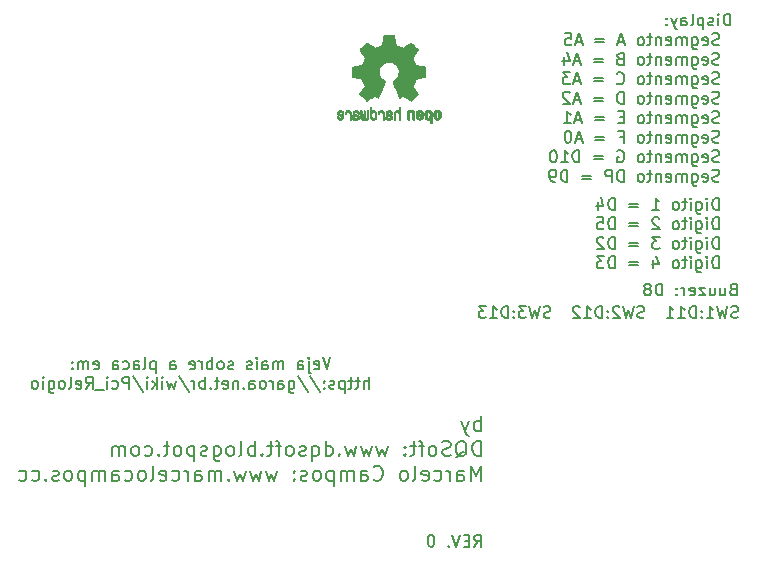
<source format=gbr>
%TF.GenerationSoftware,KiCad,Pcbnew,(5.1.6)-1*%
%TF.CreationDate,2021-02-06T11:25:37-03:00*%
%TF.ProjectId,GaroaRelogio,4761726f-6152-4656-9c6f-67696f2e6b69,rev?*%
%TF.SameCoordinates,Original*%
%TF.FileFunction,Legend,Bot*%
%TF.FilePolarity,Positive*%
%FSLAX46Y46*%
G04 Gerber Fmt 4.6, Leading zero omitted, Abs format (unit mm)*
G04 Created by KiCad (PCBNEW (5.1.6)-1) date 2021-02-06 11:25:37*
%MOMM*%
%LPD*%
G01*
G04 APERTURE LIST*
%ADD10C,0.150000*%
%ADD11C,0.203200*%
%ADD12C,0.010000*%
G04 APERTURE END LIST*
D10*
X145176666Y-109354880D02*
X145510000Y-108878690D01*
X145748095Y-109354880D02*
X145748095Y-108354880D01*
X145367142Y-108354880D01*
X145271904Y-108402500D01*
X145224285Y-108450119D01*
X145176666Y-108545357D01*
X145176666Y-108688214D01*
X145224285Y-108783452D01*
X145271904Y-108831071D01*
X145367142Y-108878690D01*
X145748095Y-108878690D01*
X144748095Y-108831071D02*
X144414761Y-108831071D01*
X144271904Y-109354880D02*
X144748095Y-109354880D01*
X144748095Y-108354880D01*
X144271904Y-108354880D01*
X143986190Y-108354880D02*
X143652857Y-109354880D01*
X143319523Y-108354880D01*
X142986190Y-109259642D02*
X142938571Y-109307261D01*
X142986190Y-109354880D01*
X143033809Y-109307261D01*
X142986190Y-109259642D01*
X142986190Y-109354880D01*
X141557619Y-108354880D02*
X141462380Y-108354880D01*
X141367142Y-108402500D01*
X141319523Y-108450119D01*
X141271904Y-108545357D01*
X141224285Y-108735833D01*
X141224285Y-108973928D01*
X141271904Y-109164404D01*
X141319523Y-109259642D01*
X141367142Y-109307261D01*
X141462380Y-109354880D01*
X141557619Y-109354880D01*
X141652857Y-109307261D01*
X141700476Y-109259642D01*
X141748095Y-109164404D01*
X141795714Y-108973928D01*
X141795714Y-108735833D01*
X141748095Y-108545357D01*
X141700476Y-108450119D01*
X141652857Y-108402500D01*
X141557619Y-108354880D01*
X132990000Y-93327380D02*
X132656666Y-94327380D01*
X132323333Y-93327380D01*
X131609047Y-94279761D02*
X131704285Y-94327380D01*
X131894761Y-94327380D01*
X131990000Y-94279761D01*
X132037619Y-94184523D01*
X132037619Y-93803571D01*
X131990000Y-93708333D01*
X131894761Y-93660714D01*
X131704285Y-93660714D01*
X131609047Y-93708333D01*
X131561428Y-93803571D01*
X131561428Y-93898809D01*
X132037619Y-93994047D01*
X131132857Y-93660714D02*
X131132857Y-94517857D01*
X131180476Y-94613095D01*
X131275714Y-94660714D01*
X131323333Y-94660714D01*
X131132857Y-93327380D02*
X131180476Y-93375000D01*
X131132857Y-93422619D01*
X131085238Y-93375000D01*
X131132857Y-93327380D01*
X131132857Y-93422619D01*
X130228095Y-94327380D02*
X130228095Y-93803571D01*
X130275714Y-93708333D01*
X130370952Y-93660714D01*
X130561428Y-93660714D01*
X130656666Y-93708333D01*
X130228095Y-94279761D02*
X130323333Y-94327380D01*
X130561428Y-94327380D01*
X130656666Y-94279761D01*
X130704285Y-94184523D01*
X130704285Y-94089285D01*
X130656666Y-93994047D01*
X130561428Y-93946428D01*
X130323333Y-93946428D01*
X130228095Y-93898809D01*
X128990000Y-94327380D02*
X128990000Y-93660714D01*
X128990000Y-93755952D02*
X128942380Y-93708333D01*
X128847142Y-93660714D01*
X128704285Y-93660714D01*
X128609047Y-93708333D01*
X128561428Y-93803571D01*
X128561428Y-94327380D01*
X128561428Y-93803571D02*
X128513809Y-93708333D01*
X128418571Y-93660714D01*
X128275714Y-93660714D01*
X128180476Y-93708333D01*
X128132857Y-93803571D01*
X128132857Y-94327380D01*
X127228095Y-94327380D02*
X127228095Y-93803571D01*
X127275714Y-93708333D01*
X127370952Y-93660714D01*
X127561428Y-93660714D01*
X127656666Y-93708333D01*
X127228095Y-94279761D02*
X127323333Y-94327380D01*
X127561428Y-94327380D01*
X127656666Y-94279761D01*
X127704285Y-94184523D01*
X127704285Y-94089285D01*
X127656666Y-93994047D01*
X127561428Y-93946428D01*
X127323333Y-93946428D01*
X127228095Y-93898809D01*
X126751904Y-94327380D02*
X126751904Y-93660714D01*
X126751904Y-93327380D02*
X126799523Y-93375000D01*
X126751904Y-93422619D01*
X126704285Y-93375000D01*
X126751904Y-93327380D01*
X126751904Y-93422619D01*
X126323333Y-94279761D02*
X126228095Y-94327380D01*
X126037619Y-94327380D01*
X125942380Y-94279761D01*
X125894761Y-94184523D01*
X125894761Y-94136904D01*
X125942380Y-94041666D01*
X126037619Y-93994047D01*
X126180476Y-93994047D01*
X126275714Y-93946428D01*
X126323333Y-93851190D01*
X126323333Y-93803571D01*
X126275714Y-93708333D01*
X126180476Y-93660714D01*
X126037619Y-93660714D01*
X125942380Y-93708333D01*
X124751904Y-94279761D02*
X124656666Y-94327380D01*
X124466190Y-94327380D01*
X124370952Y-94279761D01*
X124323333Y-94184523D01*
X124323333Y-94136904D01*
X124370952Y-94041666D01*
X124466190Y-93994047D01*
X124609047Y-93994047D01*
X124704285Y-93946428D01*
X124751904Y-93851190D01*
X124751904Y-93803571D01*
X124704285Y-93708333D01*
X124609047Y-93660714D01*
X124466190Y-93660714D01*
X124370952Y-93708333D01*
X123751904Y-94327380D02*
X123847142Y-94279761D01*
X123894761Y-94232142D01*
X123942380Y-94136904D01*
X123942380Y-93851190D01*
X123894761Y-93755952D01*
X123847142Y-93708333D01*
X123751904Y-93660714D01*
X123609047Y-93660714D01*
X123513809Y-93708333D01*
X123466190Y-93755952D01*
X123418571Y-93851190D01*
X123418571Y-94136904D01*
X123466190Y-94232142D01*
X123513809Y-94279761D01*
X123609047Y-94327380D01*
X123751904Y-94327380D01*
X122990000Y-94327380D02*
X122990000Y-93327380D01*
X122990000Y-93708333D02*
X122894761Y-93660714D01*
X122704285Y-93660714D01*
X122609047Y-93708333D01*
X122561428Y-93755952D01*
X122513809Y-93851190D01*
X122513809Y-94136904D01*
X122561428Y-94232142D01*
X122609047Y-94279761D01*
X122704285Y-94327380D01*
X122894761Y-94327380D01*
X122990000Y-94279761D01*
X122085238Y-94327380D02*
X122085238Y-93660714D01*
X122085238Y-93851190D02*
X122037619Y-93755952D01*
X121990000Y-93708333D01*
X121894761Y-93660714D01*
X121799523Y-93660714D01*
X121085238Y-94279761D02*
X121180476Y-94327380D01*
X121370952Y-94327380D01*
X121466190Y-94279761D01*
X121513809Y-94184523D01*
X121513809Y-93803571D01*
X121466190Y-93708333D01*
X121370952Y-93660714D01*
X121180476Y-93660714D01*
X121085238Y-93708333D01*
X121037619Y-93803571D01*
X121037619Y-93898809D01*
X121513809Y-93994047D01*
X119418571Y-94327380D02*
X119418571Y-93803571D01*
X119466190Y-93708333D01*
X119561428Y-93660714D01*
X119751904Y-93660714D01*
X119847142Y-93708333D01*
X119418571Y-94279761D02*
X119513809Y-94327380D01*
X119751904Y-94327380D01*
X119847142Y-94279761D01*
X119894761Y-94184523D01*
X119894761Y-94089285D01*
X119847142Y-93994047D01*
X119751904Y-93946428D01*
X119513809Y-93946428D01*
X119418571Y-93898809D01*
X118180476Y-93660714D02*
X118180476Y-94660714D01*
X118180476Y-93708333D02*
X118085238Y-93660714D01*
X117894761Y-93660714D01*
X117799523Y-93708333D01*
X117751904Y-93755952D01*
X117704285Y-93851190D01*
X117704285Y-94136904D01*
X117751904Y-94232142D01*
X117799523Y-94279761D01*
X117894761Y-94327380D01*
X118085238Y-94327380D01*
X118180476Y-94279761D01*
X117132857Y-94327380D02*
X117228095Y-94279761D01*
X117275714Y-94184523D01*
X117275714Y-93327380D01*
X116323333Y-94327380D02*
X116323333Y-93803571D01*
X116370952Y-93708333D01*
X116466190Y-93660714D01*
X116656666Y-93660714D01*
X116751904Y-93708333D01*
X116323333Y-94279761D02*
X116418571Y-94327380D01*
X116656666Y-94327380D01*
X116751904Y-94279761D01*
X116799523Y-94184523D01*
X116799523Y-94089285D01*
X116751904Y-93994047D01*
X116656666Y-93946428D01*
X116418571Y-93946428D01*
X116323333Y-93898809D01*
X115418571Y-94279761D02*
X115513809Y-94327380D01*
X115704285Y-94327380D01*
X115799523Y-94279761D01*
X115847142Y-94232142D01*
X115894761Y-94136904D01*
X115894761Y-93851190D01*
X115847142Y-93755952D01*
X115799523Y-93708333D01*
X115704285Y-93660714D01*
X115513809Y-93660714D01*
X115418571Y-93708333D01*
X114561428Y-94327380D02*
X114561428Y-93803571D01*
X114609047Y-93708333D01*
X114704285Y-93660714D01*
X114894761Y-93660714D01*
X114990000Y-93708333D01*
X114561428Y-94279761D02*
X114656666Y-94327380D01*
X114894761Y-94327380D01*
X114990000Y-94279761D01*
X115037619Y-94184523D01*
X115037619Y-94089285D01*
X114990000Y-93994047D01*
X114894761Y-93946428D01*
X114656666Y-93946428D01*
X114561428Y-93898809D01*
X112942380Y-94279761D02*
X113037619Y-94327380D01*
X113228095Y-94327380D01*
X113323333Y-94279761D01*
X113370952Y-94184523D01*
X113370952Y-93803571D01*
X113323333Y-93708333D01*
X113228095Y-93660714D01*
X113037619Y-93660714D01*
X112942380Y-93708333D01*
X112894761Y-93803571D01*
X112894761Y-93898809D01*
X113370952Y-93994047D01*
X112466190Y-94327380D02*
X112466190Y-93660714D01*
X112466190Y-93755952D02*
X112418571Y-93708333D01*
X112323333Y-93660714D01*
X112180476Y-93660714D01*
X112085238Y-93708333D01*
X112037619Y-93803571D01*
X112037619Y-94327380D01*
X112037619Y-93803571D02*
X111990000Y-93708333D01*
X111894761Y-93660714D01*
X111751904Y-93660714D01*
X111656666Y-93708333D01*
X111609047Y-93803571D01*
X111609047Y-94327380D01*
X111132857Y-94232142D02*
X111085238Y-94279761D01*
X111132857Y-94327380D01*
X111180476Y-94279761D01*
X111132857Y-94232142D01*
X111132857Y-94327380D01*
X111132857Y-93708333D02*
X111085238Y-93755952D01*
X111132857Y-93803571D01*
X111180476Y-93755952D01*
X111132857Y-93708333D01*
X111132857Y-93803571D01*
X136228095Y-95977380D02*
X136228095Y-94977380D01*
X135799523Y-95977380D02*
X135799523Y-95453571D01*
X135847142Y-95358333D01*
X135942380Y-95310714D01*
X136085238Y-95310714D01*
X136180476Y-95358333D01*
X136228095Y-95405952D01*
X135466190Y-95310714D02*
X135085238Y-95310714D01*
X135323333Y-94977380D02*
X135323333Y-95834523D01*
X135275714Y-95929761D01*
X135180476Y-95977380D01*
X135085238Y-95977380D01*
X134894761Y-95310714D02*
X134513809Y-95310714D01*
X134751904Y-94977380D02*
X134751904Y-95834523D01*
X134704285Y-95929761D01*
X134609047Y-95977380D01*
X134513809Y-95977380D01*
X134180476Y-95310714D02*
X134180476Y-96310714D01*
X134180476Y-95358333D02*
X134085238Y-95310714D01*
X133894761Y-95310714D01*
X133799523Y-95358333D01*
X133751904Y-95405952D01*
X133704285Y-95501190D01*
X133704285Y-95786904D01*
X133751904Y-95882142D01*
X133799523Y-95929761D01*
X133894761Y-95977380D01*
X134085238Y-95977380D01*
X134180476Y-95929761D01*
X133323333Y-95929761D02*
X133228095Y-95977380D01*
X133037619Y-95977380D01*
X132942380Y-95929761D01*
X132894761Y-95834523D01*
X132894761Y-95786904D01*
X132942380Y-95691666D01*
X133037619Y-95644047D01*
X133180476Y-95644047D01*
X133275714Y-95596428D01*
X133323333Y-95501190D01*
X133323333Y-95453571D01*
X133275714Y-95358333D01*
X133180476Y-95310714D01*
X133037619Y-95310714D01*
X132942380Y-95358333D01*
X132466190Y-95882142D02*
X132418571Y-95929761D01*
X132466190Y-95977380D01*
X132513809Y-95929761D01*
X132466190Y-95882142D01*
X132466190Y-95977380D01*
X132466190Y-95358333D02*
X132418571Y-95405952D01*
X132466190Y-95453571D01*
X132513809Y-95405952D01*
X132466190Y-95358333D01*
X132466190Y-95453571D01*
X131275714Y-94929761D02*
X132132857Y-96215476D01*
X130228095Y-94929761D02*
X131085238Y-96215476D01*
X129466190Y-95310714D02*
X129466190Y-96120238D01*
X129513809Y-96215476D01*
X129561428Y-96263095D01*
X129656666Y-96310714D01*
X129799523Y-96310714D01*
X129894761Y-96263095D01*
X129466190Y-95929761D02*
X129561428Y-95977380D01*
X129751904Y-95977380D01*
X129847142Y-95929761D01*
X129894761Y-95882142D01*
X129942380Y-95786904D01*
X129942380Y-95501190D01*
X129894761Y-95405952D01*
X129847142Y-95358333D01*
X129751904Y-95310714D01*
X129561428Y-95310714D01*
X129466190Y-95358333D01*
X128561428Y-95977380D02*
X128561428Y-95453571D01*
X128609047Y-95358333D01*
X128704285Y-95310714D01*
X128894761Y-95310714D01*
X128990000Y-95358333D01*
X128561428Y-95929761D02*
X128656666Y-95977380D01*
X128894761Y-95977380D01*
X128990000Y-95929761D01*
X129037619Y-95834523D01*
X129037619Y-95739285D01*
X128990000Y-95644047D01*
X128894761Y-95596428D01*
X128656666Y-95596428D01*
X128561428Y-95548809D01*
X128085238Y-95977380D02*
X128085238Y-95310714D01*
X128085238Y-95501190D02*
X128037619Y-95405952D01*
X127990000Y-95358333D01*
X127894761Y-95310714D01*
X127799523Y-95310714D01*
X127323333Y-95977380D02*
X127418571Y-95929761D01*
X127466190Y-95882142D01*
X127513809Y-95786904D01*
X127513809Y-95501190D01*
X127466190Y-95405952D01*
X127418571Y-95358333D01*
X127323333Y-95310714D01*
X127180476Y-95310714D01*
X127085238Y-95358333D01*
X127037619Y-95405952D01*
X126990000Y-95501190D01*
X126990000Y-95786904D01*
X127037619Y-95882142D01*
X127085238Y-95929761D01*
X127180476Y-95977380D01*
X127323333Y-95977380D01*
X126132857Y-95977380D02*
X126132857Y-95453571D01*
X126180476Y-95358333D01*
X126275714Y-95310714D01*
X126466190Y-95310714D01*
X126561428Y-95358333D01*
X126132857Y-95929761D02*
X126228095Y-95977380D01*
X126466190Y-95977380D01*
X126561428Y-95929761D01*
X126609047Y-95834523D01*
X126609047Y-95739285D01*
X126561428Y-95644047D01*
X126466190Y-95596428D01*
X126228095Y-95596428D01*
X126132857Y-95548809D01*
X125656666Y-95882142D02*
X125609047Y-95929761D01*
X125656666Y-95977380D01*
X125704285Y-95929761D01*
X125656666Y-95882142D01*
X125656666Y-95977380D01*
X125180476Y-95310714D02*
X125180476Y-95977380D01*
X125180476Y-95405952D02*
X125132857Y-95358333D01*
X125037619Y-95310714D01*
X124894761Y-95310714D01*
X124799523Y-95358333D01*
X124751904Y-95453571D01*
X124751904Y-95977380D01*
X123894761Y-95929761D02*
X123990000Y-95977380D01*
X124180476Y-95977380D01*
X124275714Y-95929761D01*
X124323333Y-95834523D01*
X124323333Y-95453571D01*
X124275714Y-95358333D01*
X124180476Y-95310714D01*
X123990000Y-95310714D01*
X123894761Y-95358333D01*
X123847142Y-95453571D01*
X123847142Y-95548809D01*
X124323333Y-95644047D01*
X123561428Y-95310714D02*
X123180476Y-95310714D01*
X123418571Y-94977380D02*
X123418571Y-95834523D01*
X123370952Y-95929761D01*
X123275714Y-95977380D01*
X123180476Y-95977380D01*
X122847142Y-95882142D02*
X122799523Y-95929761D01*
X122847142Y-95977380D01*
X122894761Y-95929761D01*
X122847142Y-95882142D01*
X122847142Y-95977380D01*
X122370952Y-95977380D02*
X122370952Y-94977380D01*
X122370952Y-95358333D02*
X122275714Y-95310714D01*
X122085238Y-95310714D01*
X121990000Y-95358333D01*
X121942380Y-95405952D01*
X121894761Y-95501190D01*
X121894761Y-95786904D01*
X121942380Y-95882142D01*
X121990000Y-95929761D01*
X122085238Y-95977380D01*
X122275714Y-95977380D01*
X122370952Y-95929761D01*
X121466190Y-95977380D02*
X121466190Y-95310714D01*
X121466190Y-95501190D02*
X121418571Y-95405952D01*
X121370952Y-95358333D01*
X121275714Y-95310714D01*
X121180476Y-95310714D01*
X120132857Y-94929761D02*
X120990000Y-96215476D01*
X119894761Y-95310714D02*
X119704285Y-95977380D01*
X119513809Y-95501190D01*
X119323333Y-95977380D01*
X119132857Y-95310714D01*
X118751904Y-95977380D02*
X118751904Y-95310714D01*
X118751904Y-94977380D02*
X118799523Y-95025000D01*
X118751904Y-95072619D01*
X118704285Y-95025000D01*
X118751904Y-94977380D01*
X118751904Y-95072619D01*
X118275714Y-95977380D02*
X118275714Y-94977380D01*
X118180476Y-95596428D02*
X117894761Y-95977380D01*
X117894761Y-95310714D02*
X118275714Y-95691666D01*
X117466190Y-95977380D02*
X117466190Y-95310714D01*
X117466190Y-94977380D02*
X117513809Y-95025000D01*
X117466190Y-95072619D01*
X117418571Y-95025000D01*
X117466190Y-94977380D01*
X117466190Y-95072619D01*
X116275714Y-94929761D02*
X117132857Y-96215476D01*
X115942380Y-95977380D02*
X115942380Y-94977380D01*
X115561428Y-94977380D01*
X115466190Y-95025000D01*
X115418571Y-95072619D01*
X115370952Y-95167857D01*
X115370952Y-95310714D01*
X115418571Y-95405952D01*
X115466190Y-95453571D01*
X115561428Y-95501190D01*
X115942380Y-95501190D01*
X114513809Y-95929761D02*
X114609047Y-95977380D01*
X114799523Y-95977380D01*
X114894761Y-95929761D01*
X114942380Y-95882142D01*
X114990000Y-95786904D01*
X114990000Y-95501190D01*
X114942380Y-95405952D01*
X114894761Y-95358333D01*
X114799523Y-95310714D01*
X114609047Y-95310714D01*
X114513809Y-95358333D01*
X114085238Y-95977380D02*
X114085238Y-95310714D01*
X114085238Y-94977380D02*
X114132857Y-95025000D01*
X114085238Y-95072619D01*
X114037619Y-95025000D01*
X114085238Y-94977380D01*
X114085238Y-95072619D01*
X113847142Y-96072619D02*
X113085238Y-96072619D01*
X112275714Y-95977380D02*
X112609047Y-95501190D01*
X112847142Y-95977380D02*
X112847142Y-94977380D01*
X112466190Y-94977380D01*
X112370952Y-95025000D01*
X112323333Y-95072619D01*
X112275714Y-95167857D01*
X112275714Y-95310714D01*
X112323333Y-95405952D01*
X112370952Y-95453571D01*
X112466190Y-95501190D01*
X112847142Y-95501190D01*
X111466190Y-95929761D02*
X111561428Y-95977380D01*
X111751904Y-95977380D01*
X111847142Y-95929761D01*
X111894761Y-95834523D01*
X111894761Y-95453571D01*
X111847142Y-95358333D01*
X111751904Y-95310714D01*
X111561428Y-95310714D01*
X111466190Y-95358333D01*
X111418571Y-95453571D01*
X111418571Y-95548809D01*
X111894761Y-95644047D01*
X110847142Y-95977380D02*
X110942380Y-95929761D01*
X110990000Y-95834523D01*
X110990000Y-94977380D01*
X110323333Y-95977380D02*
X110418571Y-95929761D01*
X110466190Y-95882142D01*
X110513809Y-95786904D01*
X110513809Y-95501190D01*
X110466190Y-95405952D01*
X110418571Y-95358333D01*
X110323333Y-95310714D01*
X110180476Y-95310714D01*
X110085238Y-95358333D01*
X110037619Y-95405952D01*
X109990000Y-95501190D01*
X109990000Y-95786904D01*
X110037619Y-95882142D01*
X110085238Y-95929761D01*
X110180476Y-95977380D01*
X110323333Y-95977380D01*
X109132857Y-95310714D02*
X109132857Y-96120238D01*
X109180476Y-96215476D01*
X109228095Y-96263095D01*
X109323333Y-96310714D01*
X109466190Y-96310714D01*
X109561428Y-96263095D01*
X109132857Y-95929761D02*
X109228095Y-95977380D01*
X109418571Y-95977380D01*
X109513809Y-95929761D01*
X109561428Y-95882142D01*
X109609047Y-95786904D01*
X109609047Y-95501190D01*
X109561428Y-95405952D01*
X109513809Y-95358333D01*
X109418571Y-95310714D01*
X109228095Y-95310714D01*
X109132857Y-95358333D01*
X108656666Y-95977380D02*
X108656666Y-95310714D01*
X108656666Y-94977380D02*
X108704285Y-95025000D01*
X108656666Y-95072619D01*
X108609047Y-95025000D01*
X108656666Y-94977380D01*
X108656666Y-95072619D01*
X108037619Y-95977380D02*
X108132857Y-95929761D01*
X108180476Y-95882142D01*
X108228095Y-95786904D01*
X108228095Y-95501190D01*
X108180476Y-95405952D01*
X108132857Y-95358333D01*
X108037619Y-95310714D01*
X107894761Y-95310714D01*
X107799523Y-95358333D01*
X107751904Y-95405952D01*
X107704285Y-95501190D01*
X107704285Y-95786904D01*
X107751904Y-95882142D01*
X107799523Y-95929761D01*
X107894761Y-95977380D01*
X108037619Y-95977380D01*
X167503690Y-89939761D02*
X167360833Y-89987380D01*
X167122738Y-89987380D01*
X167027500Y-89939761D01*
X166979880Y-89892142D01*
X166932261Y-89796904D01*
X166932261Y-89701666D01*
X166979880Y-89606428D01*
X167027500Y-89558809D01*
X167122738Y-89511190D01*
X167313214Y-89463571D01*
X167408452Y-89415952D01*
X167456071Y-89368333D01*
X167503690Y-89273095D01*
X167503690Y-89177857D01*
X167456071Y-89082619D01*
X167408452Y-89035000D01*
X167313214Y-88987380D01*
X167075119Y-88987380D01*
X166932261Y-89035000D01*
X166598928Y-88987380D02*
X166360833Y-89987380D01*
X166170357Y-89273095D01*
X165979880Y-89987380D01*
X165741785Y-88987380D01*
X164837023Y-89987380D02*
X165408452Y-89987380D01*
X165122738Y-89987380D02*
X165122738Y-88987380D01*
X165217976Y-89130238D01*
X165313214Y-89225476D01*
X165408452Y-89273095D01*
X164408452Y-89892142D02*
X164360833Y-89939761D01*
X164408452Y-89987380D01*
X164456071Y-89939761D01*
X164408452Y-89892142D01*
X164408452Y-89987380D01*
X164408452Y-89368333D02*
X164360833Y-89415952D01*
X164408452Y-89463571D01*
X164456071Y-89415952D01*
X164408452Y-89368333D01*
X164408452Y-89463571D01*
X163932261Y-89987380D02*
X163932261Y-88987380D01*
X163694166Y-88987380D01*
X163551309Y-89035000D01*
X163456071Y-89130238D01*
X163408452Y-89225476D01*
X163360833Y-89415952D01*
X163360833Y-89558809D01*
X163408452Y-89749285D01*
X163456071Y-89844523D01*
X163551309Y-89939761D01*
X163694166Y-89987380D01*
X163932261Y-89987380D01*
X162408452Y-89987380D02*
X162979880Y-89987380D01*
X162694166Y-89987380D02*
X162694166Y-88987380D01*
X162789404Y-89130238D01*
X162884642Y-89225476D01*
X162979880Y-89273095D01*
X161456071Y-89987380D02*
X162027500Y-89987380D01*
X161741785Y-89987380D02*
X161741785Y-88987380D01*
X161837023Y-89130238D01*
X161932261Y-89225476D01*
X162027500Y-89273095D01*
X159551309Y-89939761D02*
X159408452Y-89987380D01*
X159170357Y-89987380D01*
X159075119Y-89939761D01*
X159027500Y-89892142D01*
X158979880Y-89796904D01*
X158979880Y-89701666D01*
X159027500Y-89606428D01*
X159075119Y-89558809D01*
X159170357Y-89511190D01*
X159360833Y-89463571D01*
X159456071Y-89415952D01*
X159503690Y-89368333D01*
X159551309Y-89273095D01*
X159551309Y-89177857D01*
X159503690Y-89082619D01*
X159456071Y-89035000D01*
X159360833Y-88987380D01*
X159122738Y-88987380D01*
X158979880Y-89035000D01*
X158646547Y-88987380D02*
X158408452Y-89987380D01*
X158217976Y-89273095D01*
X158027500Y-89987380D01*
X157789404Y-88987380D01*
X157456071Y-89082619D02*
X157408452Y-89035000D01*
X157313214Y-88987380D01*
X157075119Y-88987380D01*
X156979880Y-89035000D01*
X156932261Y-89082619D01*
X156884642Y-89177857D01*
X156884642Y-89273095D01*
X156932261Y-89415952D01*
X157503690Y-89987380D01*
X156884642Y-89987380D01*
X156456071Y-89892142D02*
X156408452Y-89939761D01*
X156456071Y-89987380D01*
X156503690Y-89939761D01*
X156456071Y-89892142D01*
X156456071Y-89987380D01*
X156456071Y-89368333D02*
X156408452Y-89415952D01*
X156456071Y-89463571D01*
X156503690Y-89415952D01*
X156456071Y-89368333D01*
X156456071Y-89463571D01*
X155979880Y-89987380D02*
X155979880Y-88987380D01*
X155741785Y-88987380D01*
X155598928Y-89035000D01*
X155503690Y-89130238D01*
X155456071Y-89225476D01*
X155408452Y-89415952D01*
X155408452Y-89558809D01*
X155456071Y-89749285D01*
X155503690Y-89844523D01*
X155598928Y-89939761D01*
X155741785Y-89987380D01*
X155979880Y-89987380D01*
X154456071Y-89987380D02*
X155027500Y-89987380D01*
X154741785Y-89987380D02*
X154741785Y-88987380D01*
X154837023Y-89130238D01*
X154932261Y-89225476D01*
X155027500Y-89273095D01*
X154075119Y-89082619D02*
X154027500Y-89035000D01*
X153932261Y-88987380D01*
X153694166Y-88987380D01*
X153598928Y-89035000D01*
X153551309Y-89082619D01*
X153503690Y-89177857D01*
X153503690Y-89273095D01*
X153551309Y-89415952D01*
X154122738Y-89987380D01*
X153503690Y-89987380D01*
X151598928Y-89939761D02*
X151456071Y-89987380D01*
X151217976Y-89987380D01*
X151122738Y-89939761D01*
X151075119Y-89892142D01*
X151027500Y-89796904D01*
X151027500Y-89701666D01*
X151075119Y-89606428D01*
X151122738Y-89558809D01*
X151217976Y-89511190D01*
X151408452Y-89463571D01*
X151503690Y-89415952D01*
X151551309Y-89368333D01*
X151598928Y-89273095D01*
X151598928Y-89177857D01*
X151551309Y-89082619D01*
X151503690Y-89035000D01*
X151408452Y-88987380D01*
X151170357Y-88987380D01*
X151027500Y-89035000D01*
X150694166Y-88987380D02*
X150456071Y-89987380D01*
X150265595Y-89273095D01*
X150075119Y-89987380D01*
X149837023Y-88987380D01*
X149551309Y-88987380D02*
X148932261Y-88987380D01*
X149265595Y-89368333D01*
X149122738Y-89368333D01*
X149027500Y-89415952D01*
X148979880Y-89463571D01*
X148932261Y-89558809D01*
X148932261Y-89796904D01*
X148979880Y-89892142D01*
X149027500Y-89939761D01*
X149122738Y-89987380D01*
X149408452Y-89987380D01*
X149503690Y-89939761D01*
X149551309Y-89892142D01*
X148503690Y-89892142D02*
X148456071Y-89939761D01*
X148503690Y-89987380D01*
X148551309Y-89939761D01*
X148503690Y-89892142D01*
X148503690Y-89987380D01*
X148503690Y-89368333D02*
X148456071Y-89415952D01*
X148503690Y-89463571D01*
X148551309Y-89415952D01*
X148503690Y-89368333D01*
X148503690Y-89463571D01*
X148027500Y-89987380D02*
X148027500Y-88987380D01*
X147789404Y-88987380D01*
X147646547Y-89035000D01*
X147551309Y-89130238D01*
X147503690Y-89225476D01*
X147456071Y-89415952D01*
X147456071Y-89558809D01*
X147503690Y-89749285D01*
X147551309Y-89844523D01*
X147646547Y-89939761D01*
X147789404Y-89987380D01*
X148027500Y-89987380D01*
X146503690Y-89987380D02*
X147075119Y-89987380D01*
X146789404Y-89987380D02*
X146789404Y-88987380D01*
X146884642Y-89130238D01*
X146979880Y-89225476D01*
X147075119Y-89273095D01*
X146170357Y-88987380D02*
X145551309Y-88987380D01*
X145884642Y-89368333D01*
X145741785Y-89368333D01*
X145646547Y-89415952D01*
X145598928Y-89463571D01*
X145551309Y-89558809D01*
X145551309Y-89796904D01*
X145598928Y-89892142D01*
X145646547Y-89939761D01*
X145741785Y-89987380D01*
X146027500Y-89987380D01*
X146122738Y-89939761D01*
X146170357Y-89892142D01*
X166837976Y-65222380D02*
X166837976Y-64222380D01*
X166599880Y-64222380D01*
X166457023Y-64270000D01*
X166361785Y-64365238D01*
X166314166Y-64460476D01*
X166266547Y-64650952D01*
X166266547Y-64793809D01*
X166314166Y-64984285D01*
X166361785Y-65079523D01*
X166457023Y-65174761D01*
X166599880Y-65222380D01*
X166837976Y-65222380D01*
X165837976Y-65222380D02*
X165837976Y-64555714D01*
X165837976Y-64222380D02*
X165885595Y-64270000D01*
X165837976Y-64317619D01*
X165790357Y-64270000D01*
X165837976Y-64222380D01*
X165837976Y-64317619D01*
X165409404Y-65174761D02*
X165314166Y-65222380D01*
X165123690Y-65222380D01*
X165028452Y-65174761D01*
X164980833Y-65079523D01*
X164980833Y-65031904D01*
X165028452Y-64936666D01*
X165123690Y-64889047D01*
X165266547Y-64889047D01*
X165361785Y-64841428D01*
X165409404Y-64746190D01*
X165409404Y-64698571D01*
X165361785Y-64603333D01*
X165266547Y-64555714D01*
X165123690Y-64555714D01*
X165028452Y-64603333D01*
X164552261Y-64555714D02*
X164552261Y-65555714D01*
X164552261Y-64603333D02*
X164457023Y-64555714D01*
X164266547Y-64555714D01*
X164171309Y-64603333D01*
X164123690Y-64650952D01*
X164076071Y-64746190D01*
X164076071Y-65031904D01*
X164123690Y-65127142D01*
X164171309Y-65174761D01*
X164266547Y-65222380D01*
X164457023Y-65222380D01*
X164552261Y-65174761D01*
X163504642Y-65222380D02*
X163599880Y-65174761D01*
X163647500Y-65079523D01*
X163647500Y-64222380D01*
X162695119Y-65222380D02*
X162695119Y-64698571D01*
X162742738Y-64603333D01*
X162837976Y-64555714D01*
X163028452Y-64555714D01*
X163123690Y-64603333D01*
X162695119Y-65174761D02*
X162790357Y-65222380D01*
X163028452Y-65222380D01*
X163123690Y-65174761D01*
X163171309Y-65079523D01*
X163171309Y-64984285D01*
X163123690Y-64889047D01*
X163028452Y-64841428D01*
X162790357Y-64841428D01*
X162695119Y-64793809D01*
X162314166Y-64555714D02*
X162076071Y-65222380D01*
X161837976Y-64555714D02*
X162076071Y-65222380D01*
X162171309Y-65460476D01*
X162218928Y-65508095D01*
X162314166Y-65555714D01*
X161457023Y-65127142D02*
X161409404Y-65174761D01*
X161457023Y-65222380D01*
X161504642Y-65174761D01*
X161457023Y-65127142D01*
X161457023Y-65222380D01*
X161457023Y-64603333D02*
X161409404Y-64650952D01*
X161457023Y-64698571D01*
X161504642Y-64650952D01*
X161457023Y-64603333D01*
X161457023Y-64698571D01*
X167083928Y-87558571D02*
X166941071Y-87606190D01*
X166893452Y-87653809D01*
X166845833Y-87749047D01*
X166845833Y-87891904D01*
X166893452Y-87987142D01*
X166941071Y-88034761D01*
X167036309Y-88082380D01*
X167417261Y-88082380D01*
X167417261Y-87082380D01*
X167083928Y-87082380D01*
X166988690Y-87130000D01*
X166941071Y-87177619D01*
X166893452Y-87272857D01*
X166893452Y-87368095D01*
X166941071Y-87463333D01*
X166988690Y-87510952D01*
X167083928Y-87558571D01*
X167417261Y-87558571D01*
X165988690Y-87415714D02*
X165988690Y-88082380D01*
X166417261Y-87415714D02*
X166417261Y-87939523D01*
X166369642Y-88034761D01*
X166274404Y-88082380D01*
X166131547Y-88082380D01*
X166036309Y-88034761D01*
X165988690Y-87987142D01*
X165083928Y-87415714D02*
X165083928Y-88082380D01*
X165512500Y-87415714D02*
X165512500Y-87939523D01*
X165464880Y-88034761D01*
X165369642Y-88082380D01*
X165226785Y-88082380D01*
X165131547Y-88034761D01*
X165083928Y-87987142D01*
X164702976Y-87415714D02*
X164179166Y-87415714D01*
X164702976Y-88082380D01*
X164179166Y-88082380D01*
X163417261Y-88034761D02*
X163512500Y-88082380D01*
X163702976Y-88082380D01*
X163798214Y-88034761D01*
X163845833Y-87939523D01*
X163845833Y-87558571D01*
X163798214Y-87463333D01*
X163702976Y-87415714D01*
X163512500Y-87415714D01*
X163417261Y-87463333D01*
X163369642Y-87558571D01*
X163369642Y-87653809D01*
X163845833Y-87749047D01*
X162941071Y-88082380D02*
X162941071Y-87415714D01*
X162941071Y-87606190D02*
X162893452Y-87510952D01*
X162845833Y-87463333D01*
X162750595Y-87415714D01*
X162655357Y-87415714D01*
X162322023Y-87987142D02*
X162274404Y-88034761D01*
X162322023Y-88082380D01*
X162369642Y-88034761D01*
X162322023Y-87987142D01*
X162322023Y-88082380D01*
X162322023Y-87463333D02*
X162274404Y-87510952D01*
X162322023Y-87558571D01*
X162369642Y-87510952D01*
X162322023Y-87463333D01*
X162322023Y-87558571D01*
X161083928Y-88082380D02*
X161083928Y-87082380D01*
X160845833Y-87082380D01*
X160702976Y-87130000D01*
X160607738Y-87225238D01*
X160560119Y-87320476D01*
X160512500Y-87510952D01*
X160512500Y-87653809D01*
X160560119Y-87844285D01*
X160607738Y-87939523D01*
X160702976Y-88034761D01*
X160845833Y-88082380D01*
X161083928Y-88082380D01*
X159941071Y-87510952D02*
X160036309Y-87463333D01*
X160083928Y-87415714D01*
X160131547Y-87320476D01*
X160131547Y-87272857D01*
X160083928Y-87177619D01*
X160036309Y-87130000D01*
X159941071Y-87082380D01*
X159750595Y-87082380D01*
X159655357Y-87130000D01*
X159607738Y-87177619D01*
X159560119Y-87272857D01*
X159560119Y-87320476D01*
X159607738Y-87415714D01*
X159655357Y-87463333D01*
X159750595Y-87510952D01*
X159941071Y-87510952D01*
X160036309Y-87558571D01*
X160083928Y-87606190D01*
X160131547Y-87701428D01*
X160131547Y-87891904D01*
X160083928Y-87987142D01*
X160036309Y-88034761D01*
X159941071Y-88082380D01*
X159750595Y-88082380D01*
X159655357Y-88034761D01*
X159607738Y-87987142D01*
X159560119Y-87891904D01*
X159560119Y-87701428D01*
X159607738Y-87606190D01*
X159655357Y-87558571D01*
X159750595Y-87510952D01*
D11*
X145705539Y-99546323D02*
X145705539Y-98276323D01*
X145705539Y-98760133D02*
X145584586Y-98699657D01*
X145342681Y-98699657D01*
X145221729Y-98760133D01*
X145161253Y-98820609D01*
X145100777Y-98941561D01*
X145100777Y-99304419D01*
X145161253Y-99425371D01*
X145221729Y-99485847D01*
X145342681Y-99546323D01*
X145584586Y-99546323D01*
X145705539Y-99485847D01*
X144677443Y-98699657D02*
X144375062Y-99546323D01*
X144072681Y-98699657D02*
X144375062Y-99546323D01*
X144496015Y-99848704D01*
X144556491Y-99909180D01*
X144677443Y-99969657D01*
X145705539Y-101654523D02*
X145705539Y-100384523D01*
X145403158Y-100384523D01*
X145221729Y-100445000D01*
X145100777Y-100565952D01*
X145040300Y-100686904D01*
X144979824Y-100928809D01*
X144979824Y-101110238D01*
X145040300Y-101352142D01*
X145100777Y-101473095D01*
X145221729Y-101594047D01*
X145403158Y-101654523D01*
X145705539Y-101654523D01*
X143588872Y-101775476D02*
X143709824Y-101715000D01*
X143830777Y-101594047D01*
X144012205Y-101412619D01*
X144133158Y-101352142D01*
X144254110Y-101352142D01*
X144193634Y-101654523D02*
X144314586Y-101594047D01*
X144435539Y-101473095D01*
X144496015Y-101231190D01*
X144496015Y-100807857D01*
X144435539Y-100565952D01*
X144314586Y-100445000D01*
X144193634Y-100384523D01*
X143951729Y-100384523D01*
X143830777Y-100445000D01*
X143709824Y-100565952D01*
X143649348Y-100807857D01*
X143649348Y-101231190D01*
X143709824Y-101473095D01*
X143830777Y-101594047D01*
X143951729Y-101654523D01*
X144193634Y-101654523D01*
X143165539Y-101594047D02*
X142984110Y-101654523D01*
X142681729Y-101654523D01*
X142560777Y-101594047D01*
X142500300Y-101533571D01*
X142439824Y-101412619D01*
X142439824Y-101291666D01*
X142500300Y-101170714D01*
X142560777Y-101110238D01*
X142681729Y-101049761D01*
X142923634Y-100989285D01*
X143044586Y-100928809D01*
X143105062Y-100868333D01*
X143165539Y-100747380D01*
X143165539Y-100626428D01*
X143105062Y-100505476D01*
X143044586Y-100445000D01*
X142923634Y-100384523D01*
X142621253Y-100384523D01*
X142439824Y-100445000D01*
X141714110Y-101654523D02*
X141835062Y-101594047D01*
X141895539Y-101533571D01*
X141956015Y-101412619D01*
X141956015Y-101049761D01*
X141895539Y-100928809D01*
X141835062Y-100868333D01*
X141714110Y-100807857D01*
X141532681Y-100807857D01*
X141411729Y-100868333D01*
X141351253Y-100928809D01*
X141290777Y-101049761D01*
X141290777Y-101412619D01*
X141351253Y-101533571D01*
X141411729Y-101594047D01*
X141532681Y-101654523D01*
X141714110Y-101654523D01*
X140927920Y-100807857D02*
X140444110Y-100807857D01*
X140746491Y-101654523D02*
X140746491Y-100565952D01*
X140686015Y-100445000D01*
X140565062Y-100384523D01*
X140444110Y-100384523D01*
X140202205Y-100807857D02*
X139718396Y-100807857D01*
X140020777Y-100384523D02*
X140020777Y-101473095D01*
X139960300Y-101594047D01*
X139839348Y-101654523D01*
X139718396Y-101654523D01*
X139295062Y-101533571D02*
X139234586Y-101594047D01*
X139295062Y-101654523D01*
X139355539Y-101594047D01*
X139295062Y-101533571D01*
X139295062Y-101654523D01*
X139295062Y-100868333D02*
X139234586Y-100928809D01*
X139295062Y-100989285D01*
X139355539Y-100928809D01*
X139295062Y-100868333D01*
X139295062Y-100989285D01*
X137843634Y-100807857D02*
X137601729Y-101654523D01*
X137359824Y-101049761D01*
X137117920Y-101654523D01*
X136876015Y-100807857D01*
X136513158Y-100807857D02*
X136271253Y-101654523D01*
X136029348Y-101049761D01*
X135787443Y-101654523D01*
X135545539Y-100807857D01*
X135182681Y-100807857D02*
X134940777Y-101654523D01*
X134698872Y-101049761D01*
X134456967Y-101654523D01*
X134215062Y-100807857D01*
X133731253Y-101533571D02*
X133670777Y-101594047D01*
X133731253Y-101654523D01*
X133791729Y-101594047D01*
X133731253Y-101533571D01*
X133731253Y-101654523D01*
X132582205Y-101654523D02*
X132582205Y-100384523D01*
X132582205Y-101594047D02*
X132703158Y-101654523D01*
X132945062Y-101654523D01*
X133066015Y-101594047D01*
X133126491Y-101533571D01*
X133186967Y-101412619D01*
X133186967Y-101049761D01*
X133126491Y-100928809D01*
X133066015Y-100868333D01*
X132945062Y-100807857D01*
X132703158Y-100807857D01*
X132582205Y-100868333D01*
X131433158Y-100807857D02*
X131433158Y-102077857D01*
X131433158Y-101594047D02*
X131554110Y-101654523D01*
X131796015Y-101654523D01*
X131916967Y-101594047D01*
X131977443Y-101533571D01*
X132037920Y-101412619D01*
X132037920Y-101049761D01*
X131977443Y-100928809D01*
X131916967Y-100868333D01*
X131796015Y-100807857D01*
X131554110Y-100807857D01*
X131433158Y-100868333D01*
X130888872Y-101594047D02*
X130767920Y-101654523D01*
X130526015Y-101654523D01*
X130405062Y-101594047D01*
X130344586Y-101473095D01*
X130344586Y-101412619D01*
X130405062Y-101291666D01*
X130526015Y-101231190D01*
X130707443Y-101231190D01*
X130828396Y-101170714D01*
X130888872Y-101049761D01*
X130888872Y-100989285D01*
X130828396Y-100868333D01*
X130707443Y-100807857D01*
X130526015Y-100807857D01*
X130405062Y-100868333D01*
X129618872Y-101654523D02*
X129739824Y-101594047D01*
X129800300Y-101533571D01*
X129860777Y-101412619D01*
X129860777Y-101049761D01*
X129800300Y-100928809D01*
X129739824Y-100868333D01*
X129618872Y-100807857D01*
X129437443Y-100807857D01*
X129316491Y-100868333D01*
X129256015Y-100928809D01*
X129195539Y-101049761D01*
X129195539Y-101412619D01*
X129256015Y-101533571D01*
X129316491Y-101594047D01*
X129437443Y-101654523D01*
X129618872Y-101654523D01*
X128832681Y-100807857D02*
X128348872Y-100807857D01*
X128651253Y-101654523D02*
X128651253Y-100565952D01*
X128590777Y-100445000D01*
X128469824Y-100384523D01*
X128348872Y-100384523D01*
X128106967Y-100807857D02*
X127623158Y-100807857D01*
X127925539Y-100384523D02*
X127925539Y-101473095D01*
X127865062Y-101594047D01*
X127744110Y-101654523D01*
X127623158Y-101654523D01*
X127199824Y-101533571D02*
X127139348Y-101594047D01*
X127199824Y-101654523D01*
X127260300Y-101594047D01*
X127199824Y-101533571D01*
X127199824Y-101654523D01*
X126595062Y-101654523D02*
X126595062Y-100384523D01*
X126595062Y-100868333D02*
X126474110Y-100807857D01*
X126232205Y-100807857D01*
X126111253Y-100868333D01*
X126050777Y-100928809D01*
X125990300Y-101049761D01*
X125990300Y-101412619D01*
X126050777Y-101533571D01*
X126111253Y-101594047D01*
X126232205Y-101654523D01*
X126474110Y-101654523D01*
X126595062Y-101594047D01*
X125264586Y-101654523D02*
X125385539Y-101594047D01*
X125446015Y-101473095D01*
X125446015Y-100384523D01*
X124599348Y-101654523D02*
X124720300Y-101594047D01*
X124780777Y-101533571D01*
X124841253Y-101412619D01*
X124841253Y-101049761D01*
X124780777Y-100928809D01*
X124720300Y-100868333D01*
X124599348Y-100807857D01*
X124417920Y-100807857D01*
X124296967Y-100868333D01*
X124236491Y-100928809D01*
X124176015Y-101049761D01*
X124176015Y-101412619D01*
X124236491Y-101533571D01*
X124296967Y-101594047D01*
X124417920Y-101654523D01*
X124599348Y-101654523D01*
X123087443Y-100807857D02*
X123087443Y-101835952D01*
X123147920Y-101956904D01*
X123208396Y-102017380D01*
X123329348Y-102077857D01*
X123510777Y-102077857D01*
X123631729Y-102017380D01*
X123087443Y-101594047D02*
X123208396Y-101654523D01*
X123450300Y-101654523D01*
X123571253Y-101594047D01*
X123631729Y-101533571D01*
X123692205Y-101412619D01*
X123692205Y-101049761D01*
X123631729Y-100928809D01*
X123571253Y-100868333D01*
X123450300Y-100807857D01*
X123208396Y-100807857D01*
X123087443Y-100868333D01*
X122543158Y-101594047D02*
X122422205Y-101654523D01*
X122180300Y-101654523D01*
X122059348Y-101594047D01*
X121998872Y-101473095D01*
X121998872Y-101412619D01*
X122059348Y-101291666D01*
X122180300Y-101231190D01*
X122361729Y-101231190D01*
X122482681Y-101170714D01*
X122543158Y-101049761D01*
X122543158Y-100989285D01*
X122482681Y-100868333D01*
X122361729Y-100807857D01*
X122180300Y-100807857D01*
X122059348Y-100868333D01*
X121454586Y-100807857D02*
X121454586Y-102077857D01*
X121454586Y-100868333D02*
X121333634Y-100807857D01*
X121091729Y-100807857D01*
X120970777Y-100868333D01*
X120910300Y-100928809D01*
X120849824Y-101049761D01*
X120849824Y-101412619D01*
X120910300Y-101533571D01*
X120970777Y-101594047D01*
X121091729Y-101654523D01*
X121333634Y-101654523D01*
X121454586Y-101594047D01*
X120124110Y-101654523D02*
X120245062Y-101594047D01*
X120305539Y-101533571D01*
X120366015Y-101412619D01*
X120366015Y-101049761D01*
X120305539Y-100928809D01*
X120245062Y-100868333D01*
X120124110Y-100807857D01*
X119942681Y-100807857D01*
X119821729Y-100868333D01*
X119761253Y-100928809D01*
X119700777Y-101049761D01*
X119700777Y-101412619D01*
X119761253Y-101533571D01*
X119821729Y-101594047D01*
X119942681Y-101654523D01*
X120124110Y-101654523D01*
X119337920Y-100807857D02*
X118854110Y-100807857D01*
X119156491Y-100384523D02*
X119156491Y-101473095D01*
X119096015Y-101594047D01*
X118975062Y-101654523D01*
X118854110Y-101654523D01*
X118430777Y-101533571D02*
X118370300Y-101594047D01*
X118430777Y-101654523D01*
X118491253Y-101594047D01*
X118430777Y-101533571D01*
X118430777Y-101654523D01*
X117281729Y-101594047D02*
X117402681Y-101654523D01*
X117644586Y-101654523D01*
X117765539Y-101594047D01*
X117826015Y-101533571D01*
X117886491Y-101412619D01*
X117886491Y-101049761D01*
X117826015Y-100928809D01*
X117765539Y-100868333D01*
X117644586Y-100807857D01*
X117402681Y-100807857D01*
X117281729Y-100868333D01*
X116556015Y-101654523D02*
X116676967Y-101594047D01*
X116737443Y-101533571D01*
X116797920Y-101412619D01*
X116797920Y-101049761D01*
X116737443Y-100928809D01*
X116676967Y-100868333D01*
X116556015Y-100807857D01*
X116374586Y-100807857D01*
X116253634Y-100868333D01*
X116193158Y-100928809D01*
X116132681Y-101049761D01*
X116132681Y-101412619D01*
X116193158Y-101533571D01*
X116253634Y-101594047D01*
X116374586Y-101654523D01*
X116556015Y-101654523D01*
X115588396Y-101654523D02*
X115588396Y-100807857D01*
X115588396Y-100928809D02*
X115527920Y-100868333D01*
X115406967Y-100807857D01*
X115225539Y-100807857D01*
X115104586Y-100868333D01*
X115044110Y-100989285D01*
X115044110Y-101654523D01*
X115044110Y-100989285D02*
X114983634Y-100868333D01*
X114862681Y-100807857D01*
X114681253Y-100807857D01*
X114560300Y-100868333D01*
X114499824Y-100989285D01*
X114499824Y-101654523D01*
X145705539Y-103762723D02*
X145705539Y-102492723D01*
X145282205Y-103399866D01*
X144858872Y-102492723D01*
X144858872Y-103762723D01*
X143709824Y-103762723D02*
X143709824Y-103097485D01*
X143770300Y-102976533D01*
X143891253Y-102916057D01*
X144133158Y-102916057D01*
X144254110Y-102976533D01*
X143709824Y-103702247D02*
X143830777Y-103762723D01*
X144133158Y-103762723D01*
X144254110Y-103702247D01*
X144314586Y-103581295D01*
X144314586Y-103460342D01*
X144254110Y-103339390D01*
X144133158Y-103278914D01*
X143830777Y-103278914D01*
X143709824Y-103218438D01*
X143105062Y-103762723D02*
X143105062Y-102916057D01*
X143105062Y-103157961D02*
X143044586Y-103037009D01*
X142984110Y-102976533D01*
X142863158Y-102916057D01*
X142742205Y-102916057D01*
X141774586Y-103702247D02*
X141895539Y-103762723D01*
X142137443Y-103762723D01*
X142258396Y-103702247D01*
X142318872Y-103641771D01*
X142379348Y-103520819D01*
X142379348Y-103157961D01*
X142318872Y-103037009D01*
X142258396Y-102976533D01*
X142137443Y-102916057D01*
X141895539Y-102916057D01*
X141774586Y-102976533D01*
X140746491Y-103702247D02*
X140867443Y-103762723D01*
X141109348Y-103762723D01*
X141230300Y-103702247D01*
X141290777Y-103581295D01*
X141290777Y-103097485D01*
X141230300Y-102976533D01*
X141109348Y-102916057D01*
X140867443Y-102916057D01*
X140746491Y-102976533D01*
X140686015Y-103097485D01*
X140686015Y-103218438D01*
X141290777Y-103339390D01*
X139960300Y-103762723D02*
X140081253Y-103702247D01*
X140141729Y-103581295D01*
X140141729Y-102492723D01*
X139295062Y-103762723D02*
X139416015Y-103702247D01*
X139476491Y-103641771D01*
X139536967Y-103520819D01*
X139536967Y-103157961D01*
X139476491Y-103037009D01*
X139416015Y-102976533D01*
X139295062Y-102916057D01*
X139113634Y-102916057D01*
X138992681Y-102976533D01*
X138932205Y-103037009D01*
X138871729Y-103157961D01*
X138871729Y-103520819D01*
X138932205Y-103641771D01*
X138992681Y-103702247D01*
X139113634Y-103762723D01*
X139295062Y-103762723D01*
X136634110Y-103641771D02*
X136694586Y-103702247D01*
X136876015Y-103762723D01*
X136996967Y-103762723D01*
X137178396Y-103702247D01*
X137299348Y-103581295D01*
X137359824Y-103460342D01*
X137420300Y-103218438D01*
X137420300Y-103037009D01*
X137359824Y-102795104D01*
X137299348Y-102674152D01*
X137178396Y-102553200D01*
X136996967Y-102492723D01*
X136876015Y-102492723D01*
X136694586Y-102553200D01*
X136634110Y-102613676D01*
X135545539Y-103762723D02*
X135545539Y-103097485D01*
X135606015Y-102976533D01*
X135726967Y-102916057D01*
X135968872Y-102916057D01*
X136089824Y-102976533D01*
X135545539Y-103702247D02*
X135666491Y-103762723D01*
X135968872Y-103762723D01*
X136089824Y-103702247D01*
X136150300Y-103581295D01*
X136150300Y-103460342D01*
X136089824Y-103339390D01*
X135968872Y-103278914D01*
X135666491Y-103278914D01*
X135545539Y-103218438D01*
X134940777Y-103762723D02*
X134940777Y-102916057D01*
X134940777Y-103037009D02*
X134880300Y-102976533D01*
X134759348Y-102916057D01*
X134577920Y-102916057D01*
X134456967Y-102976533D01*
X134396491Y-103097485D01*
X134396491Y-103762723D01*
X134396491Y-103097485D02*
X134336015Y-102976533D01*
X134215062Y-102916057D01*
X134033634Y-102916057D01*
X133912681Y-102976533D01*
X133852205Y-103097485D01*
X133852205Y-103762723D01*
X133247443Y-102916057D02*
X133247443Y-104186057D01*
X133247443Y-102976533D02*
X133126491Y-102916057D01*
X132884586Y-102916057D01*
X132763634Y-102976533D01*
X132703158Y-103037009D01*
X132642681Y-103157961D01*
X132642681Y-103520819D01*
X132703158Y-103641771D01*
X132763634Y-103702247D01*
X132884586Y-103762723D01*
X133126491Y-103762723D01*
X133247443Y-103702247D01*
X131916967Y-103762723D02*
X132037920Y-103702247D01*
X132098396Y-103641771D01*
X132158872Y-103520819D01*
X132158872Y-103157961D01*
X132098396Y-103037009D01*
X132037920Y-102976533D01*
X131916967Y-102916057D01*
X131735539Y-102916057D01*
X131614586Y-102976533D01*
X131554110Y-103037009D01*
X131493634Y-103157961D01*
X131493634Y-103520819D01*
X131554110Y-103641771D01*
X131614586Y-103702247D01*
X131735539Y-103762723D01*
X131916967Y-103762723D01*
X131009824Y-103702247D02*
X130888872Y-103762723D01*
X130646967Y-103762723D01*
X130526015Y-103702247D01*
X130465539Y-103581295D01*
X130465539Y-103520819D01*
X130526015Y-103399866D01*
X130646967Y-103339390D01*
X130828396Y-103339390D01*
X130949348Y-103278914D01*
X131009824Y-103157961D01*
X131009824Y-103097485D01*
X130949348Y-102976533D01*
X130828396Y-102916057D01*
X130646967Y-102916057D01*
X130526015Y-102976533D01*
X129921253Y-103641771D02*
X129860777Y-103702247D01*
X129921253Y-103762723D01*
X129981729Y-103702247D01*
X129921253Y-103641771D01*
X129921253Y-103762723D01*
X129921253Y-102976533D02*
X129860777Y-103037009D01*
X129921253Y-103097485D01*
X129981729Y-103037009D01*
X129921253Y-102976533D01*
X129921253Y-103097485D01*
X128469824Y-102916057D02*
X128227920Y-103762723D01*
X127986015Y-103157961D01*
X127744110Y-103762723D01*
X127502205Y-102916057D01*
X127139348Y-102916057D02*
X126897443Y-103762723D01*
X126655539Y-103157961D01*
X126413634Y-103762723D01*
X126171729Y-102916057D01*
X125808872Y-102916057D02*
X125566967Y-103762723D01*
X125325062Y-103157961D01*
X125083158Y-103762723D01*
X124841253Y-102916057D01*
X124357443Y-103641771D02*
X124296967Y-103702247D01*
X124357443Y-103762723D01*
X124417920Y-103702247D01*
X124357443Y-103641771D01*
X124357443Y-103762723D01*
X123752681Y-103762723D02*
X123752681Y-102916057D01*
X123752681Y-103037009D02*
X123692205Y-102976533D01*
X123571253Y-102916057D01*
X123389824Y-102916057D01*
X123268872Y-102976533D01*
X123208396Y-103097485D01*
X123208396Y-103762723D01*
X123208396Y-103097485D02*
X123147920Y-102976533D01*
X123026967Y-102916057D01*
X122845539Y-102916057D01*
X122724586Y-102976533D01*
X122664110Y-103097485D01*
X122664110Y-103762723D01*
X121515062Y-103762723D02*
X121515062Y-103097485D01*
X121575539Y-102976533D01*
X121696491Y-102916057D01*
X121938396Y-102916057D01*
X122059348Y-102976533D01*
X121515062Y-103702247D02*
X121636015Y-103762723D01*
X121938396Y-103762723D01*
X122059348Y-103702247D01*
X122119824Y-103581295D01*
X122119824Y-103460342D01*
X122059348Y-103339390D01*
X121938396Y-103278914D01*
X121636015Y-103278914D01*
X121515062Y-103218438D01*
X120910300Y-103762723D02*
X120910300Y-102916057D01*
X120910300Y-103157961D02*
X120849824Y-103037009D01*
X120789348Y-102976533D01*
X120668396Y-102916057D01*
X120547443Y-102916057D01*
X119579824Y-103702247D02*
X119700777Y-103762723D01*
X119942681Y-103762723D01*
X120063634Y-103702247D01*
X120124110Y-103641771D01*
X120184586Y-103520819D01*
X120184586Y-103157961D01*
X120124110Y-103037009D01*
X120063634Y-102976533D01*
X119942681Y-102916057D01*
X119700777Y-102916057D01*
X119579824Y-102976533D01*
X118551729Y-103702247D02*
X118672681Y-103762723D01*
X118914586Y-103762723D01*
X119035539Y-103702247D01*
X119096015Y-103581295D01*
X119096015Y-103097485D01*
X119035539Y-102976533D01*
X118914586Y-102916057D01*
X118672681Y-102916057D01*
X118551729Y-102976533D01*
X118491253Y-103097485D01*
X118491253Y-103218438D01*
X119096015Y-103339390D01*
X117765539Y-103762723D02*
X117886491Y-103702247D01*
X117946967Y-103581295D01*
X117946967Y-102492723D01*
X117100300Y-103762723D02*
X117221253Y-103702247D01*
X117281729Y-103641771D01*
X117342205Y-103520819D01*
X117342205Y-103157961D01*
X117281729Y-103037009D01*
X117221253Y-102976533D01*
X117100300Y-102916057D01*
X116918872Y-102916057D01*
X116797920Y-102976533D01*
X116737443Y-103037009D01*
X116676967Y-103157961D01*
X116676967Y-103520819D01*
X116737443Y-103641771D01*
X116797920Y-103702247D01*
X116918872Y-103762723D01*
X117100300Y-103762723D01*
X115588396Y-103702247D02*
X115709348Y-103762723D01*
X115951253Y-103762723D01*
X116072205Y-103702247D01*
X116132681Y-103641771D01*
X116193158Y-103520819D01*
X116193158Y-103157961D01*
X116132681Y-103037009D01*
X116072205Y-102976533D01*
X115951253Y-102916057D01*
X115709348Y-102916057D01*
X115588396Y-102976533D01*
X114499824Y-103762723D02*
X114499824Y-103097485D01*
X114560300Y-102976533D01*
X114681253Y-102916057D01*
X114923158Y-102916057D01*
X115044110Y-102976533D01*
X114499824Y-103702247D02*
X114620777Y-103762723D01*
X114923158Y-103762723D01*
X115044110Y-103702247D01*
X115104586Y-103581295D01*
X115104586Y-103460342D01*
X115044110Y-103339390D01*
X114923158Y-103278914D01*
X114620777Y-103278914D01*
X114499824Y-103218438D01*
X113895062Y-103762723D02*
X113895062Y-102916057D01*
X113895062Y-103037009D02*
X113834586Y-102976533D01*
X113713634Y-102916057D01*
X113532205Y-102916057D01*
X113411253Y-102976533D01*
X113350777Y-103097485D01*
X113350777Y-103762723D01*
X113350777Y-103097485D02*
X113290300Y-102976533D01*
X113169348Y-102916057D01*
X112987920Y-102916057D01*
X112866967Y-102976533D01*
X112806491Y-103097485D01*
X112806491Y-103762723D01*
X112201729Y-102916057D02*
X112201729Y-104186057D01*
X112201729Y-102976533D02*
X112080777Y-102916057D01*
X111838872Y-102916057D01*
X111717920Y-102976533D01*
X111657443Y-103037009D01*
X111596967Y-103157961D01*
X111596967Y-103520819D01*
X111657443Y-103641771D01*
X111717920Y-103702247D01*
X111838872Y-103762723D01*
X112080777Y-103762723D01*
X112201729Y-103702247D01*
X110871253Y-103762723D02*
X110992205Y-103702247D01*
X111052681Y-103641771D01*
X111113158Y-103520819D01*
X111113158Y-103157961D01*
X111052681Y-103037009D01*
X110992205Y-102976533D01*
X110871253Y-102916057D01*
X110689824Y-102916057D01*
X110568872Y-102976533D01*
X110508396Y-103037009D01*
X110447920Y-103157961D01*
X110447920Y-103520819D01*
X110508396Y-103641771D01*
X110568872Y-103702247D01*
X110689824Y-103762723D01*
X110871253Y-103762723D01*
X109964110Y-103702247D02*
X109843158Y-103762723D01*
X109601253Y-103762723D01*
X109480300Y-103702247D01*
X109419824Y-103581295D01*
X109419824Y-103520819D01*
X109480300Y-103399866D01*
X109601253Y-103339390D01*
X109782681Y-103339390D01*
X109903634Y-103278914D01*
X109964110Y-103157961D01*
X109964110Y-103097485D01*
X109903634Y-102976533D01*
X109782681Y-102916057D01*
X109601253Y-102916057D01*
X109480300Y-102976533D01*
X108875539Y-103641771D02*
X108815062Y-103702247D01*
X108875539Y-103762723D01*
X108936015Y-103702247D01*
X108875539Y-103641771D01*
X108875539Y-103762723D01*
X107726491Y-103702247D02*
X107847443Y-103762723D01*
X108089348Y-103762723D01*
X108210300Y-103702247D01*
X108270777Y-103641771D01*
X108331253Y-103520819D01*
X108331253Y-103157961D01*
X108270777Y-103037009D01*
X108210300Y-102976533D01*
X108089348Y-102916057D01*
X107847443Y-102916057D01*
X107726491Y-102976533D01*
X106637920Y-103702247D02*
X106758872Y-103762723D01*
X107000777Y-103762723D01*
X107121729Y-103702247D01*
X107182205Y-103641771D01*
X107242681Y-103520819D01*
X107242681Y-103157961D01*
X107182205Y-103037009D01*
X107121729Y-102976533D01*
X107000777Y-102916057D01*
X106758872Y-102916057D01*
X106637920Y-102976533D01*
D10*
X165862857Y-80827380D02*
X165862857Y-79827380D01*
X165624761Y-79827380D01*
X165481904Y-79875000D01*
X165386666Y-79970238D01*
X165339047Y-80065476D01*
X165291428Y-80255952D01*
X165291428Y-80398809D01*
X165339047Y-80589285D01*
X165386666Y-80684523D01*
X165481904Y-80779761D01*
X165624761Y-80827380D01*
X165862857Y-80827380D01*
X164862857Y-80827380D02*
X164862857Y-80160714D01*
X164862857Y-79827380D02*
X164910476Y-79875000D01*
X164862857Y-79922619D01*
X164815238Y-79875000D01*
X164862857Y-79827380D01*
X164862857Y-79922619D01*
X163958095Y-80160714D02*
X163958095Y-80970238D01*
X164005714Y-81065476D01*
X164053333Y-81113095D01*
X164148571Y-81160714D01*
X164291428Y-81160714D01*
X164386666Y-81113095D01*
X163958095Y-80779761D02*
X164053333Y-80827380D01*
X164243809Y-80827380D01*
X164339047Y-80779761D01*
X164386666Y-80732142D01*
X164434285Y-80636904D01*
X164434285Y-80351190D01*
X164386666Y-80255952D01*
X164339047Y-80208333D01*
X164243809Y-80160714D01*
X164053333Y-80160714D01*
X163958095Y-80208333D01*
X163481904Y-80827380D02*
X163481904Y-80160714D01*
X163481904Y-79827380D02*
X163529523Y-79875000D01*
X163481904Y-79922619D01*
X163434285Y-79875000D01*
X163481904Y-79827380D01*
X163481904Y-79922619D01*
X163148571Y-80160714D02*
X162767619Y-80160714D01*
X163005714Y-79827380D02*
X163005714Y-80684523D01*
X162958095Y-80779761D01*
X162862857Y-80827380D01*
X162767619Y-80827380D01*
X162291428Y-80827380D02*
X162386666Y-80779761D01*
X162434285Y-80732142D01*
X162481904Y-80636904D01*
X162481904Y-80351190D01*
X162434285Y-80255952D01*
X162386666Y-80208333D01*
X162291428Y-80160714D01*
X162148571Y-80160714D01*
X162053333Y-80208333D01*
X162005714Y-80255952D01*
X161958095Y-80351190D01*
X161958095Y-80636904D01*
X162005714Y-80732142D01*
X162053333Y-80779761D01*
X162148571Y-80827380D01*
X162291428Y-80827380D01*
X160243809Y-80827380D02*
X160815238Y-80827380D01*
X160529523Y-80827380D02*
X160529523Y-79827380D01*
X160624761Y-79970238D01*
X160720000Y-80065476D01*
X160815238Y-80113095D01*
X159053333Y-80303571D02*
X158291428Y-80303571D01*
X158291428Y-80589285D02*
X159053333Y-80589285D01*
X157053333Y-80827380D02*
X157053333Y-79827380D01*
X156815238Y-79827380D01*
X156672380Y-79875000D01*
X156577142Y-79970238D01*
X156529523Y-80065476D01*
X156481904Y-80255952D01*
X156481904Y-80398809D01*
X156529523Y-80589285D01*
X156577142Y-80684523D01*
X156672380Y-80779761D01*
X156815238Y-80827380D01*
X157053333Y-80827380D01*
X155624761Y-80160714D02*
X155624761Y-80827380D01*
X155862857Y-79779761D02*
X156100952Y-80494047D01*
X155481904Y-80494047D01*
X165862857Y-82477380D02*
X165862857Y-81477380D01*
X165624761Y-81477380D01*
X165481904Y-81525000D01*
X165386666Y-81620238D01*
X165339047Y-81715476D01*
X165291428Y-81905952D01*
X165291428Y-82048809D01*
X165339047Y-82239285D01*
X165386666Y-82334523D01*
X165481904Y-82429761D01*
X165624761Y-82477380D01*
X165862857Y-82477380D01*
X164862857Y-82477380D02*
X164862857Y-81810714D01*
X164862857Y-81477380D02*
X164910476Y-81525000D01*
X164862857Y-81572619D01*
X164815238Y-81525000D01*
X164862857Y-81477380D01*
X164862857Y-81572619D01*
X163958095Y-81810714D02*
X163958095Y-82620238D01*
X164005714Y-82715476D01*
X164053333Y-82763095D01*
X164148571Y-82810714D01*
X164291428Y-82810714D01*
X164386666Y-82763095D01*
X163958095Y-82429761D02*
X164053333Y-82477380D01*
X164243809Y-82477380D01*
X164339047Y-82429761D01*
X164386666Y-82382142D01*
X164434285Y-82286904D01*
X164434285Y-82001190D01*
X164386666Y-81905952D01*
X164339047Y-81858333D01*
X164243809Y-81810714D01*
X164053333Y-81810714D01*
X163958095Y-81858333D01*
X163481904Y-82477380D02*
X163481904Y-81810714D01*
X163481904Y-81477380D02*
X163529523Y-81525000D01*
X163481904Y-81572619D01*
X163434285Y-81525000D01*
X163481904Y-81477380D01*
X163481904Y-81572619D01*
X163148571Y-81810714D02*
X162767619Y-81810714D01*
X163005714Y-81477380D02*
X163005714Y-82334523D01*
X162958095Y-82429761D01*
X162862857Y-82477380D01*
X162767619Y-82477380D01*
X162291428Y-82477380D02*
X162386666Y-82429761D01*
X162434285Y-82382142D01*
X162481904Y-82286904D01*
X162481904Y-82001190D01*
X162434285Y-81905952D01*
X162386666Y-81858333D01*
X162291428Y-81810714D01*
X162148571Y-81810714D01*
X162053333Y-81858333D01*
X162005714Y-81905952D01*
X161958095Y-82001190D01*
X161958095Y-82286904D01*
X162005714Y-82382142D01*
X162053333Y-82429761D01*
X162148571Y-82477380D01*
X162291428Y-82477380D01*
X160815238Y-81572619D02*
X160767619Y-81525000D01*
X160672380Y-81477380D01*
X160434285Y-81477380D01*
X160339047Y-81525000D01*
X160291428Y-81572619D01*
X160243809Y-81667857D01*
X160243809Y-81763095D01*
X160291428Y-81905952D01*
X160862857Y-82477380D01*
X160243809Y-82477380D01*
X159053333Y-81953571D02*
X158291428Y-81953571D01*
X158291428Y-82239285D02*
X159053333Y-82239285D01*
X157053333Y-82477380D02*
X157053333Y-81477380D01*
X156815238Y-81477380D01*
X156672380Y-81525000D01*
X156577142Y-81620238D01*
X156529523Y-81715476D01*
X156481904Y-81905952D01*
X156481904Y-82048809D01*
X156529523Y-82239285D01*
X156577142Y-82334523D01*
X156672380Y-82429761D01*
X156815238Y-82477380D01*
X157053333Y-82477380D01*
X155577142Y-81477380D02*
X156053333Y-81477380D01*
X156100952Y-81953571D01*
X156053333Y-81905952D01*
X155958095Y-81858333D01*
X155720000Y-81858333D01*
X155624761Y-81905952D01*
X155577142Y-81953571D01*
X155529523Y-82048809D01*
X155529523Y-82286904D01*
X155577142Y-82382142D01*
X155624761Y-82429761D01*
X155720000Y-82477380D01*
X155958095Y-82477380D01*
X156053333Y-82429761D01*
X156100952Y-82382142D01*
X165862857Y-84127380D02*
X165862857Y-83127380D01*
X165624761Y-83127380D01*
X165481904Y-83175000D01*
X165386666Y-83270238D01*
X165339047Y-83365476D01*
X165291428Y-83555952D01*
X165291428Y-83698809D01*
X165339047Y-83889285D01*
X165386666Y-83984523D01*
X165481904Y-84079761D01*
X165624761Y-84127380D01*
X165862857Y-84127380D01*
X164862857Y-84127380D02*
X164862857Y-83460714D01*
X164862857Y-83127380D02*
X164910476Y-83175000D01*
X164862857Y-83222619D01*
X164815238Y-83175000D01*
X164862857Y-83127380D01*
X164862857Y-83222619D01*
X163958095Y-83460714D02*
X163958095Y-84270238D01*
X164005714Y-84365476D01*
X164053333Y-84413095D01*
X164148571Y-84460714D01*
X164291428Y-84460714D01*
X164386666Y-84413095D01*
X163958095Y-84079761D02*
X164053333Y-84127380D01*
X164243809Y-84127380D01*
X164339047Y-84079761D01*
X164386666Y-84032142D01*
X164434285Y-83936904D01*
X164434285Y-83651190D01*
X164386666Y-83555952D01*
X164339047Y-83508333D01*
X164243809Y-83460714D01*
X164053333Y-83460714D01*
X163958095Y-83508333D01*
X163481904Y-84127380D02*
X163481904Y-83460714D01*
X163481904Y-83127380D02*
X163529523Y-83175000D01*
X163481904Y-83222619D01*
X163434285Y-83175000D01*
X163481904Y-83127380D01*
X163481904Y-83222619D01*
X163148571Y-83460714D02*
X162767619Y-83460714D01*
X163005714Y-83127380D02*
X163005714Y-83984523D01*
X162958095Y-84079761D01*
X162862857Y-84127380D01*
X162767619Y-84127380D01*
X162291428Y-84127380D02*
X162386666Y-84079761D01*
X162434285Y-84032142D01*
X162481904Y-83936904D01*
X162481904Y-83651190D01*
X162434285Y-83555952D01*
X162386666Y-83508333D01*
X162291428Y-83460714D01*
X162148571Y-83460714D01*
X162053333Y-83508333D01*
X162005714Y-83555952D01*
X161958095Y-83651190D01*
X161958095Y-83936904D01*
X162005714Y-84032142D01*
X162053333Y-84079761D01*
X162148571Y-84127380D01*
X162291428Y-84127380D01*
X160862857Y-83127380D02*
X160243809Y-83127380D01*
X160577142Y-83508333D01*
X160434285Y-83508333D01*
X160339047Y-83555952D01*
X160291428Y-83603571D01*
X160243809Y-83698809D01*
X160243809Y-83936904D01*
X160291428Y-84032142D01*
X160339047Y-84079761D01*
X160434285Y-84127380D01*
X160720000Y-84127380D01*
X160815238Y-84079761D01*
X160862857Y-84032142D01*
X159053333Y-83603571D02*
X158291428Y-83603571D01*
X158291428Y-83889285D02*
X159053333Y-83889285D01*
X157053333Y-84127380D02*
X157053333Y-83127380D01*
X156815238Y-83127380D01*
X156672380Y-83175000D01*
X156577142Y-83270238D01*
X156529523Y-83365476D01*
X156481904Y-83555952D01*
X156481904Y-83698809D01*
X156529523Y-83889285D01*
X156577142Y-83984523D01*
X156672380Y-84079761D01*
X156815238Y-84127380D01*
X157053333Y-84127380D01*
X156100952Y-83222619D02*
X156053333Y-83175000D01*
X155958095Y-83127380D01*
X155720000Y-83127380D01*
X155624761Y-83175000D01*
X155577142Y-83222619D01*
X155529523Y-83317857D01*
X155529523Y-83413095D01*
X155577142Y-83555952D01*
X156148571Y-84127380D01*
X155529523Y-84127380D01*
X165862857Y-85777380D02*
X165862857Y-84777380D01*
X165624761Y-84777380D01*
X165481904Y-84825000D01*
X165386666Y-84920238D01*
X165339047Y-85015476D01*
X165291428Y-85205952D01*
X165291428Y-85348809D01*
X165339047Y-85539285D01*
X165386666Y-85634523D01*
X165481904Y-85729761D01*
X165624761Y-85777380D01*
X165862857Y-85777380D01*
X164862857Y-85777380D02*
X164862857Y-85110714D01*
X164862857Y-84777380D02*
X164910476Y-84825000D01*
X164862857Y-84872619D01*
X164815238Y-84825000D01*
X164862857Y-84777380D01*
X164862857Y-84872619D01*
X163958095Y-85110714D02*
X163958095Y-85920238D01*
X164005714Y-86015476D01*
X164053333Y-86063095D01*
X164148571Y-86110714D01*
X164291428Y-86110714D01*
X164386666Y-86063095D01*
X163958095Y-85729761D02*
X164053333Y-85777380D01*
X164243809Y-85777380D01*
X164339047Y-85729761D01*
X164386666Y-85682142D01*
X164434285Y-85586904D01*
X164434285Y-85301190D01*
X164386666Y-85205952D01*
X164339047Y-85158333D01*
X164243809Y-85110714D01*
X164053333Y-85110714D01*
X163958095Y-85158333D01*
X163481904Y-85777380D02*
X163481904Y-85110714D01*
X163481904Y-84777380D02*
X163529523Y-84825000D01*
X163481904Y-84872619D01*
X163434285Y-84825000D01*
X163481904Y-84777380D01*
X163481904Y-84872619D01*
X163148571Y-85110714D02*
X162767619Y-85110714D01*
X163005714Y-84777380D02*
X163005714Y-85634523D01*
X162958095Y-85729761D01*
X162862857Y-85777380D01*
X162767619Y-85777380D01*
X162291428Y-85777380D02*
X162386666Y-85729761D01*
X162434285Y-85682142D01*
X162481904Y-85586904D01*
X162481904Y-85301190D01*
X162434285Y-85205952D01*
X162386666Y-85158333D01*
X162291428Y-85110714D01*
X162148571Y-85110714D01*
X162053333Y-85158333D01*
X162005714Y-85205952D01*
X161958095Y-85301190D01*
X161958095Y-85586904D01*
X162005714Y-85682142D01*
X162053333Y-85729761D01*
X162148571Y-85777380D01*
X162291428Y-85777380D01*
X160339047Y-85110714D02*
X160339047Y-85777380D01*
X160577142Y-84729761D02*
X160815238Y-85444047D01*
X160196190Y-85444047D01*
X159053333Y-85253571D02*
X158291428Y-85253571D01*
X158291428Y-85539285D02*
X159053333Y-85539285D01*
X157053333Y-85777380D02*
X157053333Y-84777380D01*
X156815238Y-84777380D01*
X156672380Y-84825000D01*
X156577142Y-84920238D01*
X156529523Y-85015476D01*
X156481904Y-85205952D01*
X156481904Y-85348809D01*
X156529523Y-85539285D01*
X156577142Y-85634523D01*
X156672380Y-85729761D01*
X156815238Y-85777380D01*
X157053333Y-85777380D01*
X156148571Y-84777380D02*
X155529523Y-84777380D01*
X155862857Y-85158333D01*
X155720000Y-85158333D01*
X155624761Y-85205952D01*
X155577142Y-85253571D01*
X155529523Y-85348809D01*
X155529523Y-85586904D01*
X155577142Y-85682142D01*
X155624761Y-85729761D01*
X155720000Y-85777380D01*
X156005714Y-85777380D01*
X156100952Y-85729761D01*
X156148571Y-85682142D01*
X165902023Y-66849761D02*
X165759166Y-66897380D01*
X165521071Y-66897380D01*
X165425833Y-66849761D01*
X165378214Y-66802142D01*
X165330595Y-66706904D01*
X165330595Y-66611666D01*
X165378214Y-66516428D01*
X165425833Y-66468809D01*
X165521071Y-66421190D01*
X165711547Y-66373571D01*
X165806785Y-66325952D01*
X165854404Y-66278333D01*
X165902023Y-66183095D01*
X165902023Y-66087857D01*
X165854404Y-65992619D01*
X165806785Y-65945000D01*
X165711547Y-65897380D01*
X165473452Y-65897380D01*
X165330595Y-65945000D01*
X164521071Y-66849761D02*
X164616309Y-66897380D01*
X164806785Y-66897380D01*
X164902023Y-66849761D01*
X164949642Y-66754523D01*
X164949642Y-66373571D01*
X164902023Y-66278333D01*
X164806785Y-66230714D01*
X164616309Y-66230714D01*
X164521071Y-66278333D01*
X164473452Y-66373571D01*
X164473452Y-66468809D01*
X164949642Y-66564047D01*
X163616309Y-66230714D02*
X163616309Y-67040238D01*
X163663928Y-67135476D01*
X163711547Y-67183095D01*
X163806785Y-67230714D01*
X163949642Y-67230714D01*
X164044880Y-67183095D01*
X163616309Y-66849761D02*
X163711547Y-66897380D01*
X163902023Y-66897380D01*
X163997261Y-66849761D01*
X164044880Y-66802142D01*
X164092500Y-66706904D01*
X164092500Y-66421190D01*
X164044880Y-66325952D01*
X163997261Y-66278333D01*
X163902023Y-66230714D01*
X163711547Y-66230714D01*
X163616309Y-66278333D01*
X163140119Y-66897380D02*
X163140119Y-66230714D01*
X163140119Y-66325952D02*
X163092500Y-66278333D01*
X162997261Y-66230714D01*
X162854404Y-66230714D01*
X162759166Y-66278333D01*
X162711547Y-66373571D01*
X162711547Y-66897380D01*
X162711547Y-66373571D02*
X162663928Y-66278333D01*
X162568690Y-66230714D01*
X162425833Y-66230714D01*
X162330595Y-66278333D01*
X162282976Y-66373571D01*
X162282976Y-66897380D01*
X161425833Y-66849761D02*
X161521071Y-66897380D01*
X161711547Y-66897380D01*
X161806785Y-66849761D01*
X161854404Y-66754523D01*
X161854404Y-66373571D01*
X161806785Y-66278333D01*
X161711547Y-66230714D01*
X161521071Y-66230714D01*
X161425833Y-66278333D01*
X161378214Y-66373571D01*
X161378214Y-66468809D01*
X161854404Y-66564047D01*
X160949642Y-66230714D02*
X160949642Y-66897380D01*
X160949642Y-66325952D02*
X160902023Y-66278333D01*
X160806785Y-66230714D01*
X160663928Y-66230714D01*
X160568690Y-66278333D01*
X160521071Y-66373571D01*
X160521071Y-66897380D01*
X160187738Y-66230714D02*
X159806785Y-66230714D01*
X160044880Y-65897380D02*
X160044880Y-66754523D01*
X159997261Y-66849761D01*
X159902023Y-66897380D01*
X159806785Y-66897380D01*
X159330595Y-66897380D02*
X159425833Y-66849761D01*
X159473452Y-66802142D01*
X159521071Y-66706904D01*
X159521071Y-66421190D01*
X159473452Y-66325952D01*
X159425833Y-66278333D01*
X159330595Y-66230714D01*
X159187738Y-66230714D01*
X159092500Y-66278333D01*
X159044880Y-66325952D01*
X158997261Y-66421190D01*
X158997261Y-66706904D01*
X159044880Y-66802142D01*
X159092500Y-66849761D01*
X159187738Y-66897380D01*
X159330595Y-66897380D01*
X157854404Y-66611666D02*
X157378214Y-66611666D01*
X157949642Y-66897380D02*
X157616309Y-65897380D01*
X157282976Y-66897380D01*
X156187738Y-66373571D02*
X155425833Y-66373571D01*
X155425833Y-66659285D02*
X156187738Y-66659285D01*
X154235357Y-66611666D02*
X153759166Y-66611666D01*
X154330595Y-66897380D02*
X153997261Y-65897380D01*
X153663928Y-66897380D01*
X152854404Y-65897380D02*
X153330595Y-65897380D01*
X153378214Y-66373571D01*
X153330595Y-66325952D01*
X153235357Y-66278333D01*
X152997261Y-66278333D01*
X152902023Y-66325952D01*
X152854404Y-66373571D01*
X152806785Y-66468809D01*
X152806785Y-66706904D01*
X152854404Y-66802142D01*
X152902023Y-66849761D01*
X152997261Y-66897380D01*
X153235357Y-66897380D01*
X153330595Y-66849761D01*
X153378214Y-66802142D01*
X165902023Y-68499761D02*
X165759166Y-68547380D01*
X165521071Y-68547380D01*
X165425833Y-68499761D01*
X165378214Y-68452142D01*
X165330595Y-68356904D01*
X165330595Y-68261666D01*
X165378214Y-68166428D01*
X165425833Y-68118809D01*
X165521071Y-68071190D01*
X165711547Y-68023571D01*
X165806785Y-67975952D01*
X165854404Y-67928333D01*
X165902023Y-67833095D01*
X165902023Y-67737857D01*
X165854404Y-67642619D01*
X165806785Y-67595000D01*
X165711547Y-67547380D01*
X165473452Y-67547380D01*
X165330595Y-67595000D01*
X164521071Y-68499761D02*
X164616309Y-68547380D01*
X164806785Y-68547380D01*
X164902023Y-68499761D01*
X164949642Y-68404523D01*
X164949642Y-68023571D01*
X164902023Y-67928333D01*
X164806785Y-67880714D01*
X164616309Y-67880714D01*
X164521071Y-67928333D01*
X164473452Y-68023571D01*
X164473452Y-68118809D01*
X164949642Y-68214047D01*
X163616309Y-67880714D02*
X163616309Y-68690238D01*
X163663928Y-68785476D01*
X163711547Y-68833095D01*
X163806785Y-68880714D01*
X163949642Y-68880714D01*
X164044880Y-68833095D01*
X163616309Y-68499761D02*
X163711547Y-68547380D01*
X163902023Y-68547380D01*
X163997261Y-68499761D01*
X164044880Y-68452142D01*
X164092500Y-68356904D01*
X164092500Y-68071190D01*
X164044880Y-67975952D01*
X163997261Y-67928333D01*
X163902023Y-67880714D01*
X163711547Y-67880714D01*
X163616309Y-67928333D01*
X163140119Y-68547380D02*
X163140119Y-67880714D01*
X163140119Y-67975952D02*
X163092500Y-67928333D01*
X162997261Y-67880714D01*
X162854404Y-67880714D01*
X162759166Y-67928333D01*
X162711547Y-68023571D01*
X162711547Y-68547380D01*
X162711547Y-68023571D02*
X162663928Y-67928333D01*
X162568690Y-67880714D01*
X162425833Y-67880714D01*
X162330595Y-67928333D01*
X162282976Y-68023571D01*
X162282976Y-68547380D01*
X161425833Y-68499761D02*
X161521071Y-68547380D01*
X161711547Y-68547380D01*
X161806785Y-68499761D01*
X161854404Y-68404523D01*
X161854404Y-68023571D01*
X161806785Y-67928333D01*
X161711547Y-67880714D01*
X161521071Y-67880714D01*
X161425833Y-67928333D01*
X161378214Y-68023571D01*
X161378214Y-68118809D01*
X161854404Y-68214047D01*
X160949642Y-67880714D02*
X160949642Y-68547380D01*
X160949642Y-67975952D02*
X160902023Y-67928333D01*
X160806785Y-67880714D01*
X160663928Y-67880714D01*
X160568690Y-67928333D01*
X160521071Y-68023571D01*
X160521071Y-68547380D01*
X160187738Y-67880714D02*
X159806785Y-67880714D01*
X160044880Y-67547380D02*
X160044880Y-68404523D01*
X159997261Y-68499761D01*
X159902023Y-68547380D01*
X159806785Y-68547380D01*
X159330595Y-68547380D02*
X159425833Y-68499761D01*
X159473452Y-68452142D01*
X159521071Y-68356904D01*
X159521071Y-68071190D01*
X159473452Y-67975952D01*
X159425833Y-67928333D01*
X159330595Y-67880714D01*
X159187738Y-67880714D01*
X159092500Y-67928333D01*
X159044880Y-67975952D01*
X158997261Y-68071190D01*
X158997261Y-68356904D01*
X159044880Y-68452142D01*
X159092500Y-68499761D01*
X159187738Y-68547380D01*
X159330595Y-68547380D01*
X157473452Y-68023571D02*
X157330595Y-68071190D01*
X157282976Y-68118809D01*
X157235357Y-68214047D01*
X157235357Y-68356904D01*
X157282976Y-68452142D01*
X157330595Y-68499761D01*
X157425833Y-68547380D01*
X157806785Y-68547380D01*
X157806785Y-67547380D01*
X157473452Y-67547380D01*
X157378214Y-67595000D01*
X157330595Y-67642619D01*
X157282976Y-67737857D01*
X157282976Y-67833095D01*
X157330595Y-67928333D01*
X157378214Y-67975952D01*
X157473452Y-68023571D01*
X157806785Y-68023571D01*
X156044880Y-68023571D02*
X155282976Y-68023571D01*
X155282976Y-68309285D02*
X156044880Y-68309285D01*
X154092500Y-68261666D02*
X153616309Y-68261666D01*
X154187738Y-68547380D02*
X153854404Y-67547380D01*
X153521071Y-68547380D01*
X152759166Y-67880714D02*
X152759166Y-68547380D01*
X152997261Y-67499761D02*
X153235357Y-68214047D01*
X152616309Y-68214047D01*
X165902023Y-70149761D02*
X165759166Y-70197380D01*
X165521071Y-70197380D01*
X165425833Y-70149761D01*
X165378214Y-70102142D01*
X165330595Y-70006904D01*
X165330595Y-69911666D01*
X165378214Y-69816428D01*
X165425833Y-69768809D01*
X165521071Y-69721190D01*
X165711547Y-69673571D01*
X165806785Y-69625952D01*
X165854404Y-69578333D01*
X165902023Y-69483095D01*
X165902023Y-69387857D01*
X165854404Y-69292619D01*
X165806785Y-69245000D01*
X165711547Y-69197380D01*
X165473452Y-69197380D01*
X165330595Y-69245000D01*
X164521071Y-70149761D02*
X164616309Y-70197380D01*
X164806785Y-70197380D01*
X164902023Y-70149761D01*
X164949642Y-70054523D01*
X164949642Y-69673571D01*
X164902023Y-69578333D01*
X164806785Y-69530714D01*
X164616309Y-69530714D01*
X164521071Y-69578333D01*
X164473452Y-69673571D01*
X164473452Y-69768809D01*
X164949642Y-69864047D01*
X163616309Y-69530714D02*
X163616309Y-70340238D01*
X163663928Y-70435476D01*
X163711547Y-70483095D01*
X163806785Y-70530714D01*
X163949642Y-70530714D01*
X164044880Y-70483095D01*
X163616309Y-70149761D02*
X163711547Y-70197380D01*
X163902023Y-70197380D01*
X163997261Y-70149761D01*
X164044880Y-70102142D01*
X164092500Y-70006904D01*
X164092500Y-69721190D01*
X164044880Y-69625952D01*
X163997261Y-69578333D01*
X163902023Y-69530714D01*
X163711547Y-69530714D01*
X163616309Y-69578333D01*
X163140119Y-70197380D02*
X163140119Y-69530714D01*
X163140119Y-69625952D02*
X163092500Y-69578333D01*
X162997261Y-69530714D01*
X162854404Y-69530714D01*
X162759166Y-69578333D01*
X162711547Y-69673571D01*
X162711547Y-70197380D01*
X162711547Y-69673571D02*
X162663928Y-69578333D01*
X162568690Y-69530714D01*
X162425833Y-69530714D01*
X162330595Y-69578333D01*
X162282976Y-69673571D01*
X162282976Y-70197380D01*
X161425833Y-70149761D02*
X161521071Y-70197380D01*
X161711547Y-70197380D01*
X161806785Y-70149761D01*
X161854404Y-70054523D01*
X161854404Y-69673571D01*
X161806785Y-69578333D01*
X161711547Y-69530714D01*
X161521071Y-69530714D01*
X161425833Y-69578333D01*
X161378214Y-69673571D01*
X161378214Y-69768809D01*
X161854404Y-69864047D01*
X160949642Y-69530714D02*
X160949642Y-70197380D01*
X160949642Y-69625952D02*
X160902023Y-69578333D01*
X160806785Y-69530714D01*
X160663928Y-69530714D01*
X160568690Y-69578333D01*
X160521071Y-69673571D01*
X160521071Y-70197380D01*
X160187738Y-69530714D02*
X159806785Y-69530714D01*
X160044880Y-69197380D02*
X160044880Y-70054523D01*
X159997261Y-70149761D01*
X159902023Y-70197380D01*
X159806785Y-70197380D01*
X159330595Y-70197380D02*
X159425833Y-70149761D01*
X159473452Y-70102142D01*
X159521071Y-70006904D01*
X159521071Y-69721190D01*
X159473452Y-69625952D01*
X159425833Y-69578333D01*
X159330595Y-69530714D01*
X159187738Y-69530714D01*
X159092500Y-69578333D01*
X159044880Y-69625952D01*
X158997261Y-69721190D01*
X158997261Y-70006904D01*
X159044880Y-70102142D01*
X159092500Y-70149761D01*
X159187738Y-70197380D01*
X159330595Y-70197380D01*
X157235357Y-70102142D02*
X157282976Y-70149761D01*
X157425833Y-70197380D01*
X157521071Y-70197380D01*
X157663928Y-70149761D01*
X157759166Y-70054523D01*
X157806785Y-69959285D01*
X157854404Y-69768809D01*
X157854404Y-69625952D01*
X157806785Y-69435476D01*
X157759166Y-69340238D01*
X157663928Y-69245000D01*
X157521071Y-69197380D01*
X157425833Y-69197380D01*
X157282976Y-69245000D01*
X157235357Y-69292619D01*
X156044880Y-69673571D02*
X155282976Y-69673571D01*
X155282976Y-69959285D02*
X156044880Y-69959285D01*
X154092500Y-69911666D02*
X153616309Y-69911666D01*
X154187738Y-70197380D02*
X153854404Y-69197380D01*
X153521071Y-70197380D01*
X153282976Y-69197380D02*
X152663928Y-69197380D01*
X152997261Y-69578333D01*
X152854404Y-69578333D01*
X152759166Y-69625952D01*
X152711547Y-69673571D01*
X152663928Y-69768809D01*
X152663928Y-70006904D01*
X152711547Y-70102142D01*
X152759166Y-70149761D01*
X152854404Y-70197380D01*
X153140119Y-70197380D01*
X153235357Y-70149761D01*
X153282976Y-70102142D01*
X165902023Y-71799761D02*
X165759166Y-71847380D01*
X165521071Y-71847380D01*
X165425833Y-71799761D01*
X165378214Y-71752142D01*
X165330595Y-71656904D01*
X165330595Y-71561666D01*
X165378214Y-71466428D01*
X165425833Y-71418809D01*
X165521071Y-71371190D01*
X165711547Y-71323571D01*
X165806785Y-71275952D01*
X165854404Y-71228333D01*
X165902023Y-71133095D01*
X165902023Y-71037857D01*
X165854404Y-70942619D01*
X165806785Y-70895000D01*
X165711547Y-70847380D01*
X165473452Y-70847380D01*
X165330595Y-70895000D01*
X164521071Y-71799761D02*
X164616309Y-71847380D01*
X164806785Y-71847380D01*
X164902023Y-71799761D01*
X164949642Y-71704523D01*
X164949642Y-71323571D01*
X164902023Y-71228333D01*
X164806785Y-71180714D01*
X164616309Y-71180714D01*
X164521071Y-71228333D01*
X164473452Y-71323571D01*
X164473452Y-71418809D01*
X164949642Y-71514047D01*
X163616309Y-71180714D02*
X163616309Y-71990238D01*
X163663928Y-72085476D01*
X163711547Y-72133095D01*
X163806785Y-72180714D01*
X163949642Y-72180714D01*
X164044880Y-72133095D01*
X163616309Y-71799761D02*
X163711547Y-71847380D01*
X163902023Y-71847380D01*
X163997261Y-71799761D01*
X164044880Y-71752142D01*
X164092500Y-71656904D01*
X164092500Y-71371190D01*
X164044880Y-71275952D01*
X163997261Y-71228333D01*
X163902023Y-71180714D01*
X163711547Y-71180714D01*
X163616309Y-71228333D01*
X163140119Y-71847380D02*
X163140119Y-71180714D01*
X163140119Y-71275952D02*
X163092500Y-71228333D01*
X162997261Y-71180714D01*
X162854404Y-71180714D01*
X162759166Y-71228333D01*
X162711547Y-71323571D01*
X162711547Y-71847380D01*
X162711547Y-71323571D02*
X162663928Y-71228333D01*
X162568690Y-71180714D01*
X162425833Y-71180714D01*
X162330595Y-71228333D01*
X162282976Y-71323571D01*
X162282976Y-71847380D01*
X161425833Y-71799761D02*
X161521071Y-71847380D01*
X161711547Y-71847380D01*
X161806785Y-71799761D01*
X161854404Y-71704523D01*
X161854404Y-71323571D01*
X161806785Y-71228333D01*
X161711547Y-71180714D01*
X161521071Y-71180714D01*
X161425833Y-71228333D01*
X161378214Y-71323571D01*
X161378214Y-71418809D01*
X161854404Y-71514047D01*
X160949642Y-71180714D02*
X160949642Y-71847380D01*
X160949642Y-71275952D02*
X160902023Y-71228333D01*
X160806785Y-71180714D01*
X160663928Y-71180714D01*
X160568690Y-71228333D01*
X160521071Y-71323571D01*
X160521071Y-71847380D01*
X160187738Y-71180714D02*
X159806785Y-71180714D01*
X160044880Y-70847380D02*
X160044880Y-71704523D01*
X159997261Y-71799761D01*
X159902023Y-71847380D01*
X159806785Y-71847380D01*
X159330595Y-71847380D02*
X159425833Y-71799761D01*
X159473452Y-71752142D01*
X159521071Y-71656904D01*
X159521071Y-71371190D01*
X159473452Y-71275952D01*
X159425833Y-71228333D01*
X159330595Y-71180714D01*
X159187738Y-71180714D01*
X159092500Y-71228333D01*
X159044880Y-71275952D01*
X158997261Y-71371190D01*
X158997261Y-71656904D01*
X159044880Y-71752142D01*
X159092500Y-71799761D01*
X159187738Y-71847380D01*
X159330595Y-71847380D01*
X157806785Y-71847380D02*
X157806785Y-70847380D01*
X157568690Y-70847380D01*
X157425833Y-70895000D01*
X157330595Y-70990238D01*
X157282976Y-71085476D01*
X157235357Y-71275952D01*
X157235357Y-71418809D01*
X157282976Y-71609285D01*
X157330595Y-71704523D01*
X157425833Y-71799761D01*
X157568690Y-71847380D01*
X157806785Y-71847380D01*
X156044880Y-71323571D02*
X155282976Y-71323571D01*
X155282976Y-71609285D02*
X156044880Y-71609285D01*
X154092500Y-71561666D02*
X153616309Y-71561666D01*
X154187738Y-71847380D02*
X153854404Y-70847380D01*
X153521071Y-71847380D01*
X153235357Y-70942619D02*
X153187738Y-70895000D01*
X153092500Y-70847380D01*
X152854404Y-70847380D01*
X152759166Y-70895000D01*
X152711547Y-70942619D01*
X152663928Y-71037857D01*
X152663928Y-71133095D01*
X152711547Y-71275952D01*
X153282976Y-71847380D01*
X152663928Y-71847380D01*
X165902023Y-73449761D02*
X165759166Y-73497380D01*
X165521071Y-73497380D01*
X165425833Y-73449761D01*
X165378214Y-73402142D01*
X165330595Y-73306904D01*
X165330595Y-73211666D01*
X165378214Y-73116428D01*
X165425833Y-73068809D01*
X165521071Y-73021190D01*
X165711547Y-72973571D01*
X165806785Y-72925952D01*
X165854404Y-72878333D01*
X165902023Y-72783095D01*
X165902023Y-72687857D01*
X165854404Y-72592619D01*
X165806785Y-72545000D01*
X165711547Y-72497380D01*
X165473452Y-72497380D01*
X165330595Y-72545000D01*
X164521071Y-73449761D02*
X164616309Y-73497380D01*
X164806785Y-73497380D01*
X164902023Y-73449761D01*
X164949642Y-73354523D01*
X164949642Y-72973571D01*
X164902023Y-72878333D01*
X164806785Y-72830714D01*
X164616309Y-72830714D01*
X164521071Y-72878333D01*
X164473452Y-72973571D01*
X164473452Y-73068809D01*
X164949642Y-73164047D01*
X163616309Y-72830714D02*
X163616309Y-73640238D01*
X163663928Y-73735476D01*
X163711547Y-73783095D01*
X163806785Y-73830714D01*
X163949642Y-73830714D01*
X164044880Y-73783095D01*
X163616309Y-73449761D02*
X163711547Y-73497380D01*
X163902023Y-73497380D01*
X163997261Y-73449761D01*
X164044880Y-73402142D01*
X164092500Y-73306904D01*
X164092500Y-73021190D01*
X164044880Y-72925952D01*
X163997261Y-72878333D01*
X163902023Y-72830714D01*
X163711547Y-72830714D01*
X163616309Y-72878333D01*
X163140119Y-73497380D02*
X163140119Y-72830714D01*
X163140119Y-72925952D02*
X163092500Y-72878333D01*
X162997261Y-72830714D01*
X162854404Y-72830714D01*
X162759166Y-72878333D01*
X162711547Y-72973571D01*
X162711547Y-73497380D01*
X162711547Y-72973571D02*
X162663928Y-72878333D01*
X162568690Y-72830714D01*
X162425833Y-72830714D01*
X162330595Y-72878333D01*
X162282976Y-72973571D01*
X162282976Y-73497380D01*
X161425833Y-73449761D02*
X161521071Y-73497380D01*
X161711547Y-73497380D01*
X161806785Y-73449761D01*
X161854404Y-73354523D01*
X161854404Y-72973571D01*
X161806785Y-72878333D01*
X161711547Y-72830714D01*
X161521071Y-72830714D01*
X161425833Y-72878333D01*
X161378214Y-72973571D01*
X161378214Y-73068809D01*
X161854404Y-73164047D01*
X160949642Y-72830714D02*
X160949642Y-73497380D01*
X160949642Y-72925952D02*
X160902023Y-72878333D01*
X160806785Y-72830714D01*
X160663928Y-72830714D01*
X160568690Y-72878333D01*
X160521071Y-72973571D01*
X160521071Y-73497380D01*
X160187738Y-72830714D02*
X159806785Y-72830714D01*
X160044880Y-72497380D02*
X160044880Y-73354523D01*
X159997261Y-73449761D01*
X159902023Y-73497380D01*
X159806785Y-73497380D01*
X159330595Y-73497380D02*
X159425833Y-73449761D01*
X159473452Y-73402142D01*
X159521071Y-73306904D01*
X159521071Y-73021190D01*
X159473452Y-72925952D01*
X159425833Y-72878333D01*
X159330595Y-72830714D01*
X159187738Y-72830714D01*
X159092500Y-72878333D01*
X159044880Y-72925952D01*
X158997261Y-73021190D01*
X158997261Y-73306904D01*
X159044880Y-73402142D01*
X159092500Y-73449761D01*
X159187738Y-73497380D01*
X159330595Y-73497380D01*
X157806785Y-72973571D02*
X157473452Y-72973571D01*
X157330595Y-73497380D02*
X157806785Y-73497380D01*
X157806785Y-72497380D01*
X157330595Y-72497380D01*
X156140119Y-72973571D02*
X155378214Y-72973571D01*
X155378214Y-73259285D02*
X156140119Y-73259285D01*
X154187738Y-73211666D02*
X153711547Y-73211666D01*
X154282976Y-73497380D02*
X153949642Y-72497380D01*
X153616309Y-73497380D01*
X152759166Y-73497380D02*
X153330595Y-73497380D01*
X153044880Y-73497380D02*
X153044880Y-72497380D01*
X153140119Y-72640238D01*
X153235357Y-72735476D01*
X153330595Y-72783095D01*
X165902023Y-75099761D02*
X165759166Y-75147380D01*
X165521071Y-75147380D01*
X165425833Y-75099761D01*
X165378214Y-75052142D01*
X165330595Y-74956904D01*
X165330595Y-74861666D01*
X165378214Y-74766428D01*
X165425833Y-74718809D01*
X165521071Y-74671190D01*
X165711547Y-74623571D01*
X165806785Y-74575952D01*
X165854404Y-74528333D01*
X165902023Y-74433095D01*
X165902023Y-74337857D01*
X165854404Y-74242619D01*
X165806785Y-74195000D01*
X165711547Y-74147380D01*
X165473452Y-74147380D01*
X165330595Y-74195000D01*
X164521071Y-75099761D02*
X164616309Y-75147380D01*
X164806785Y-75147380D01*
X164902023Y-75099761D01*
X164949642Y-75004523D01*
X164949642Y-74623571D01*
X164902023Y-74528333D01*
X164806785Y-74480714D01*
X164616309Y-74480714D01*
X164521071Y-74528333D01*
X164473452Y-74623571D01*
X164473452Y-74718809D01*
X164949642Y-74814047D01*
X163616309Y-74480714D02*
X163616309Y-75290238D01*
X163663928Y-75385476D01*
X163711547Y-75433095D01*
X163806785Y-75480714D01*
X163949642Y-75480714D01*
X164044880Y-75433095D01*
X163616309Y-75099761D02*
X163711547Y-75147380D01*
X163902023Y-75147380D01*
X163997261Y-75099761D01*
X164044880Y-75052142D01*
X164092500Y-74956904D01*
X164092500Y-74671190D01*
X164044880Y-74575952D01*
X163997261Y-74528333D01*
X163902023Y-74480714D01*
X163711547Y-74480714D01*
X163616309Y-74528333D01*
X163140119Y-75147380D02*
X163140119Y-74480714D01*
X163140119Y-74575952D02*
X163092500Y-74528333D01*
X162997261Y-74480714D01*
X162854404Y-74480714D01*
X162759166Y-74528333D01*
X162711547Y-74623571D01*
X162711547Y-75147380D01*
X162711547Y-74623571D02*
X162663928Y-74528333D01*
X162568690Y-74480714D01*
X162425833Y-74480714D01*
X162330595Y-74528333D01*
X162282976Y-74623571D01*
X162282976Y-75147380D01*
X161425833Y-75099761D02*
X161521071Y-75147380D01*
X161711547Y-75147380D01*
X161806785Y-75099761D01*
X161854404Y-75004523D01*
X161854404Y-74623571D01*
X161806785Y-74528333D01*
X161711547Y-74480714D01*
X161521071Y-74480714D01*
X161425833Y-74528333D01*
X161378214Y-74623571D01*
X161378214Y-74718809D01*
X161854404Y-74814047D01*
X160949642Y-74480714D02*
X160949642Y-75147380D01*
X160949642Y-74575952D02*
X160902023Y-74528333D01*
X160806785Y-74480714D01*
X160663928Y-74480714D01*
X160568690Y-74528333D01*
X160521071Y-74623571D01*
X160521071Y-75147380D01*
X160187738Y-74480714D02*
X159806785Y-74480714D01*
X160044880Y-74147380D02*
X160044880Y-75004523D01*
X159997261Y-75099761D01*
X159902023Y-75147380D01*
X159806785Y-75147380D01*
X159330595Y-75147380D02*
X159425833Y-75099761D01*
X159473452Y-75052142D01*
X159521071Y-74956904D01*
X159521071Y-74671190D01*
X159473452Y-74575952D01*
X159425833Y-74528333D01*
X159330595Y-74480714D01*
X159187738Y-74480714D01*
X159092500Y-74528333D01*
X159044880Y-74575952D01*
X158997261Y-74671190D01*
X158997261Y-74956904D01*
X159044880Y-75052142D01*
X159092500Y-75099761D01*
X159187738Y-75147380D01*
X159330595Y-75147380D01*
X157473452Y-74623571D02*
X157806785Y-74623571D01*
X157806785Y-75147380D02*
X157806785Y-74147380D01*
X157330595Y-74147380D01*
X156187738Y-74623571D02*
X155425833Y-74623571D01*
X155425833Y-74909285D02*
X156187738Y-74909285D01*
X154235357Y-74861666D02*
X153759166Y-74861666D01*
X154330595Y-75147380D02*
X153997261Y-74147380D01*
X153663928Y-75147380D01*
X153140119Y-74147380D02*
X153044880Y-74147380D01*
X152949642Y-74195000D01*
X152902023Y-74242619D01*
X152854404Y-74337857D01*
X152806785Y-74528333D01*
X152806785Y-74766428D01*
X152854404Y-74956904D01*
X152902023Y-75052142D01*
X152949642Y-75099761D01*
X153044880Y-75147380D01*
X153140119Y-75147380D01*
X153235357Y-75099761D01*
X153282976Y-75052142D01*
X153330595Y-74956904D01*
X153378214Y-74766428D01*
X153378214Y-74528333D01*
X153330595Y-74337857D01*
X153282976Y-74242619D01*
X153235357Y-74195000D01*
X153140119Y-74147380D01*
X165902023Y-76749761D02*
X165759166Y-76797380D01*
X165521071Y-76797380D01*
X165425833Y-76749761D01*
X165378214Y-76702142D01*
X165330595Y-76606904D01*
X165330595Y-76511666D01*
X165378214Y-76416428D01*
X165425833Y-76368809D01*
X165521071Y-76321190D01*
X165711547Y-76273571D01*
X165806785Y-76225952D01*
X165854404Y-76178333D01*
X165902023Y-76083095D01*
X165902023Y-75987857D01*
X165854404Y-75892619D01*
X165806785Y-75845000D01*
X165711547Y-75797380D01*
X165473452Y-75797380D01*
X165330595Y-75845000D01*
X164521071Y-76749761D02*
X164616309Y-76797380D01*
X164806785Y-76797380D01*
X164902023Y-76749761D01*
X164949642Y-76654523D01*
X164949642Y-76273571D01*
X164902023Y-76178333D01*
X164806785Y-76130714D01*
X164616309Y-76130714D01*
X164521071Y-76178333D01*
X164473452Y-76273571D01*
X164473452Y-76368809D01*
X164949642Y-76464047D01*
X163616309Y-76130714D02*
X163616309Y-76940238D01*
X163663928Y-77035476D01*
X163711547Y-77083095D01*
X163806785Y-77130714D01*
X163949642Y-77130714D01*
X164044880Y-77083095D01*
X163616309Y-76749761D02*
X163711547Y-76797380D01*
X163902023Y-76797380D01*
X163997261Y-76749761D01*
X164044880Y-76702142D01*
X164092500Y-76606904D01*
X164092500Y-76321190D01*
X164044880Y-76225952D01*
X163997261Y-76178333D01*
X163902023Y-76130714D01*
X163711547Y-76130714D01*
X163616309Y-76178333D01*
X163140119Y-76797380D02*
X163140119Y-76130714D01*
X163140119Y-76225952D02*
X163092500Y-76178333D01*
X162997261Y-76130714D01*
X162854404Y-76130714D01*
X162759166Y-76178333D01*
X162711547Y-76273571D01*
X162711547Y-76797380D01*
X162711547Y-76273571D02*
X162663928Y-76178333D01*
X162568690Y-76130714D01*
X162425833Y-76130714D01*
X162330595Y-76178333D01*
X162282976Y-76273571D01*
X162282976Y-76797380D01*
X161425833Y-76749761D02*
X161521071Y-76797380D01*
X161711547Y-76797380D01*
X161806785Y-76749761D01*
X161854404Y-76654523D01*
X161854404Y-76273571D01*
X161806785Y-76178333D01*
X161711547Y-76130714D01*
X161521071Y-76130714D01*
X161425833Y-76178333D01*
X161378214Y-76273571D01*
X161378214Y-76368809D01*
X161854404Y-76464047D01*
X160949642Y-76130714D02*
X160949642Y-76797380D01*
X160949642Y-76225952D02*
X160902023Y-76178333D01*
X160806785Y-76130714D01*
X160663928Y-76130714D01*
X160568690Y-76178333D01*
X160521071Y-76273571D01*
X160521071Y-76797380D01*
X160187738Y-76130714D02*
X159806785Y-76130714D01*
X160044880Y-75797380D02*
X160044880Y-76654523D01*
X159997261Y-76749761D01*
X159902023Y-76797380D01*
X159806785Y-76797380D01*
X159330595Y-76797380D02*
X159425833Y-76749761D01*
X159473452Y-76702142D01*
X159521071Y-76606904D01*
X159521071Y-76321190D01*
X159473452Y-76225952D01*
X159425833Y-76178333D01*
X159330595Y-76130714D01*
X159187738Y-76130714D01*
X159092500Y-76178333D01*
X159044880Y-76225952D01*
X158997261Y-76321190D01*
X158997261Y-76606904D01*
X159044880Y-76702142D01*
X159092500Y-76749761D01*
X159187738Y-76797380D01*
X159330595Y-76797380D01*
X157282976Y-75845000D02*
X157378214Y-75797380D01*
X157521071Y-75797380D01*
X157663928Y-75845000D01*
X157759166Y-75940238D01*
X157806785Y-76035476D01*
X157854404Y-76225952D01*
X157854404Y-76368809D01*
X157806785Y-76559285D01*
X157759166Y-76654523D01*
X157663928Y-76749761D01*
X157521071Y-76797380D01*
X157425833Y-76797380D01*
X157282976Y-76749761D01*
X157235357Y-76702142D01*
X157235357Y-76368809D01*
X157425833Y-76368809D01*
X156044880Y-76273571D02*
X155282976Y-76273571D01*
X155282976Y-76559285D02*
X156044880Y-76559285D01*
X154044880Y-76797380D02*
X154044880Y-75797380D01*
X153806785Y-75797380D01*
X153663928Y-75845000D01*
X153568690Y-75940238D01*
X153521071Y-76035476D01*
X153473452Y-76225952D01*
X153473452Y-76368809D01*
X153521071Y-76559285D01*
X153568690Y-76654523D01*
X153663928Y-76749761D01*
X153806785Y-76797380D01*
X154044880Y-76797380D01*
X152521071Y-76797380D02*
X153092500Y-76797380D01*
X152806785Y-76797380D02*
X152806785Y-75797380D01*
X152902023Y-75940238D01*
X152997261Y-76035476D01*
X153092500Y-76083095D01*
X151902023Y-75797380D02*
X151806785Y-75797380D01*
X151711547Y-75845000D01*
X151663928Y-75892619D01*
X151616309Y-75987857D01*
X151568690Y-76178333D01*
X151568690Y-76416428D01*
X151616309Y-76606904D01*
X151663928Y-76702142D01*
X151711547Y-76749761D01*
X151806785Y-76797380D01*
X151902023Y-76797380D01*
X151997261Y-76749761D01*
X152044880Y-76702142D01*
X152092500Y-76606904D01*
X152140119Y-76416428D01*
X152140119Y-76178333D01*
X152092500Y-75987857D01*
X152044880Y-75892619D01*
X151997261Y-75845000D01*
X151902023Y-75797380D01*
X165902023Y-78399761D02*
X165759166Y-78447380D01*
X165521071Y-78447380D01*
X165425833Y-78399761D01*
X165378214Y-78352142D01*
X165330595Y-78256904D01*
X165330595Y-78161666D01*
X165378214Y-78066428D01*
X165425833Y-78018809D01*
X165521071Y-77971190D01*
X165711547Y-77923571D01*
X165806785Y-77875952D01*
X165854404Y-77828333D01*
X165902023Y-77733095D01*
X165902023Y-77637857D01*
X165854404Y-77542619D01*
X165806785Y-77495000D01*
X165711547Y-77447380D01*
X165473452Y-77447380D01*
X165330595Y-77495000D01*
X164521071Y-78399761D02*
X164616309Y-78447380D01*
X164806785Y-78447380D01*
X164902023Y-78399761D01*
X164949642Y-78304523D01*
X164949642Y-77923571D01*
X164902023Y-77828333D01*
X164806785Y-77780714D01*
X164616309Y-77780714D01*
X164521071Y-77828333D01*
X164473452Y-77923571D01*
X164473452Y-78018809D01*
X164949642Y-78114047D01*
X163616309Y-77780714D02*
X163616309Y-78590238D01*
X163663928Y-78685476D01*
X163711547Y-78733095D01*
X163806785Y-78780714D01*
X163949642Y-78780714D01*
X164044880Y-78733095D01*
X163616309Y-78399761D02*
X163711547Y-78447380D01*
X163902023Y-78447380D01*
X163997261Y-78399761D01*
X164044880Y-78352142D01*
X164092500Y-78256904D01*
X164092500Y-77971190D01*
X164044880Y-77875952D01*
X163997261Y-77828333D01*
X163902023Y-77780714D01*
X163711547Y-77780714D01*
X163616309Y-77828333D01*
X163140119Y-78447380D02*
X163140119Y-77780714D01*
X163140119Y-77875952D02*
X163092500Y-77828333D01*
X162997261Y-77780714D01*
X162854404Y-77780714D01*
X162759166Y-77828333D01*
X162711547Y-77923571D01*
X162711547Y-78447380D01*
X162711547Y-77923571D02*
X162663928Y-77828333D01*
X162568690Y-77780714D01*
X162425833Y-77780714D01*
X162330595Y-77828333D01*
X162282976Y-77923571D01*
X162282976Y-78447380D01*
X161425833Y-78399761D02*
X161521071Y-78447380D01*
X161711547Y-78447380D01*
X161806785Y-78399761D01*
X161854404Y-78304523D01*
X161854404Y-77923571D01*
X161806785Y-77828333D01*
X161711547Y-77780714D01*
X161521071Y-77780714D01*
X161425833Y-77828333D01*
X161378214Y-77923571D01*
X161378214Y-78018809D01*
X161854404Y-78114047D01*
X160949642Y-77780714D02*
X160949642Y-78447380D01*
X160949642Y-77875952D02*
X160902023Y-77828333D01*
X160806785Y-77780714D01*
X160663928Y-77780714D01*
X160568690Y-77828333D01*
X160521071Y-77923571D01*
X160521071Y-78447380D01*
X160187738Y-77780714D02*
X159806785Y-77780714D01*
X160044880Y-77447380D02*
X160044880Y-78304523D01*
X159997261Y-78399761D01*
X159902023Y-78447380D01*
X159806785Y-78447380D01*
X159330595Y-78447380D02*
X159425833Y-78399761D01*
X159473452Y-78352142D01*
X159521071Y-78256904D01*
X159521071Y-77971190D01*
X159473452Y-77875952D01*
X159425833Y-77828333D01*
X159330595Y-77780714D01*
X159187738Y-77780714D01*
X159092500Y-77828333D01*
X159044880Y-77875952D01*
X158997261Y-77971190D01*
X158997261Y-78256904D01*
X159044880Y-78352142D01*
X159092500Y-78399761D01*
X159187738Y-78447380D01*
X159330595Y-78447380D01*
X157806785Y-78447380D02*
X157806785Y-77447380D01*
X157568690Y-77447380D01*
X157425833Y-77495000D01*
X157330595Y-77590238D01*
X157282976Y-77685476D01*
X157235357Y-77875952D01*
X157235357Y-78018809D01*
X157282976Y-78209285D01*
X157330595Y-78304523D01*
X157425833Y-78399761D01*
X157568690Y-78447380D01*
X157806785Y-78447380D01*
X156806785Y-78447380D02*
X156806785Y-77447380D01*
X156425833Y-77447380D01*
X156330595Y-77495000D01*
X156282976Y-77542619D01*
X156235357Y-77637857D01*
X156235357Y-77780714D01*
X156282976Y-77875952D01*
X156330595Y-77923571D01*
X156425833Y-77971190D01*
X156806785Y-77971190D01*
X155044880Y-77923571D02*
X154282976Y-77923571D01*
X154282976Y-78209285D02*
X155044880Y-78209285D01*
X153044880Y-78447380D02*
X153044880Y-77447380D01*
X152806785Y-77447380D01*
X152663928Y-77495000D01*
X152568690Y-77590238D01*
X152521071Y-77685476D01*
X152473452Y-77875952D01*
X152473452Y-78018809D01*
X152521071Y-78209285D01*
X152568690Y-78304523D01*
X152663928Y-78399761D01*
X152806785Y-78447380D01*
X153044880Y-78447380D01*
X151997261Y-78447380D02*
X151806785Y-78447380D01*
X151711547Y-78399761D01*
X151663928Y-78352142D01*
X151568690Y-78209285D01*
X151521071Y-78018809D01*
X151521071Y-77637857D01*
X151568690Y-77542619D01*
X151616309Y-77495000D01*
X151711547Y-77447380D01*
X151902023Y-77447380D01*
X151997261Y-77495000D01*
X152044880Y-77542619D01*
X152092500Y-77637857D01*
X152092500Y-77875952D01*
X152044880Y-77971190D01*
X151997261Y-78018809D01*
X151902023Y-78066428D01*
X151711547Y-78066428D01*
X151616309Y-78018809D01*
X151568690Y-77971190D01*
X151521071Y-77875952D01*
D12*
%TO.C,Logo219*%
G36*
X141151114Y-72354505D02*
G01*
X141076461Y-72391727D01*
X141010569Y-72460261D01*
X140992423Y-72485648D01*
X140972655Y-72518866D01*
X140959828Y-72554945D01*
X140952490Y-72603098D01*
X140949187Y-72672536D01*
X140948462Y-72764206D01*
X140951737Y-72889830D01*
X140963123Y-72984154D01*
X140984959Y-73054523D01*
X141019581Y-73108286D01*
X141069330Y-73152788D01*
X141072986Y-73155423D01*
X141122015Y-73182377D01*
X141181055Y-73195712D01*
X141256141Y-73199000D01*
X141378205Y-73199000D01*
X141378256Y-73317497D01*
X141379392Y-73383492D01*
X141386314Y-73422202D01*
X141404402Y-73445419D01*
X141439038Y-73464933D01*
X141447355Y-73468920D01*
X141486280Y-73487603D01*
X141516417Y-73499403D01*
X141538826Y-73500422D01*
X141554567Y-73486761D01*
X141564698Y-73454522D01*
X141570277Y-73399804D01*
X141572365Y-73318711D01*
X141572019Y-73207344D01*
X141570300Y-73061802D01*
X141569763Y-73018269D01*
X141567828Y-72868205D01*
X141566096Y-72770042D01*
X141378308Y-72770042D01*
X141377252Y-72853364D01*
X141372562Y-72907880D01*
X141361949Y-72943837D01*
X141343128Y-72971482D01*
X141330350Y-72984965D01*
X141278110Y-73024417D01*
X141231858Y-73027628D01*
X141184133Y-72995049D01*
X141182923Y-72993846D01*
X141163506Y-72968668D01*
X141151693Y-72934447D01*
X141145735Y-72881748D01*
X141143880Y-72801131D01*
X141143846Y-72783271D01*
X141148330Y-72672175D01*
X141162926Y-72595161D01*
X141189350Y-72548147D01*
X141229317Y-72527050D01*
X141252416Y-72524923D01*
X141307238Y-72534900D01*
X141344842Y-72567752D01*
X141367477Y-72627857D01*
X141377394Y-72719598D01*
X141378308Y-72770042D01*
X141566096Y-72770042D01*
X141565778Y-72752060D01*
X141563127Y-72664679D01*
X141559394Y-72600905D01*
X141554093Y-72555582D01*
X141546742Y-72523555D01*
X141536857Y-72499668D01*
X141523954Y-72478764D01*
X141518421Y-72470898D01*
X141445031Y-72396595D01*
X141352240Y-72354467D01*
X141244904Y-72342722D01*
X141151114Y-72354505D01*
G37*
X141151114Y-72354505D02*
X141076461Y-72391727D01*
X141010569Y-72460261D01*
X140992423Y-72485648D01*
X140972655Y-72518866D01*
X140959828Y-72554945D01*
X140952490Y-72603098D01*
X140949187Y-72672536D01*
X140948462Y-72764206D01*
X140951737Y-72889830D01*
X140963123Y-72984154D01*
X140984959Y-73054523D01*
X141019581Y-73108286D01*
X141069330Y-73152788D01*
X141072986Y-73155423D01*
X141122015Y-73182377D01*
X141181055Y-73195712D01*
X141256141Y-73199000D01*
X141378205Y-73199000D01*
X141378256Y-73317497D01*
X141379392Y-73383492D01*
X141386314Y-73422202D01*
X141404402Y-73445419D01*
X141439038Y-73464933D01*
X141447355Y-73468920D01*
X141486280Y-73487603D01*
X141516417Y-73499403D01*
X141538826Y-73500422D01*
X141554567Y-73486761D01*
X141564698Y-73454522D01*
X141570277Y-73399804D01*
X141572365Y-73318711D01*
X141572019Y-73207344D01*
X141570300Y-73061802D01*
X141569763Y-73018269D01*
X141567828Y-72868205D01*
X141566096Y-72770042D01*
X141378308Y-72770042D01*
X141377252Y-72853364D01*
X141372562Y-72907880D01*
X141361949Y-72943837D01*
X141343128Y-72971482D01*
X141330350Y-72984965D01*
X141278110Y-73024417D01*
X141231858Y-73027628D01*
X141184133Y-72995049D01*
X141182923Y-72993846D01*
X141163506Y-72968668D01*
X141151693Y-72934447D01*
X141145735Y-72881748D01*
X141143880Y-72801131D01*
X141143846Y-72783271D01*
X141148330Y-72672175D01*
X141162926Y-72595161D01*
X141189350Y-72548147D01*
X141229317Y-72527050D01*
X141252416Y-72524923D01*
X141307238Y-72534900D01*
X141344842Y-72567752D01*
X141367477Y-72627857D01*
X141377394Y-72719598D01*
X141378308Y-72770042D01*
X141566096Y-72770042D01*
X141565778Y-72752060D01*
X141563127Y-72664679D01*
X141559394Y-72600905D01*
X141554093Y-72555582D01*
X141546742Y-72523555D01*
X141536857Y-72499668D01*
X141523954Y-72478764D01*
X141518421Y-72470898D01*
X141445031Y-72396595D01*
X141352240Y-72354467D01*
X141244904Y-72342722D01*
X141151114Y-72354505D01*
G36*
X139648336Y-72365089D02*
G01*
X139585633Y-72401358D01*
X139542039Y-72437358D01*
X139510155Y-72475075D01*
X139488190Y-72521199D01*
X139474351Y-72582421D01*
X139466847Y-72665431D01*
X139463883Y-72776919D01*
X139463539Y-72857062D01*
X139463539Y-73152065D01*
X139629615Y-73226515D01*
X139639385Y-72903402D01*
X139643421Y-72782729D01*
X139647656Y-72695141D01*
X139652903Y-72634650D01*
X139659975Y-72595268D01*
X139669689Y-72571007D01*
X139682856Y-72555880D01*
X139687081Y-72552606D01*
X139751091Y-72527034D01*
X139815792Y-72537153D01*
X139854308Y-72564000D01*
X139869975Y-72583024D01*
X139880820Y-72607988D01*
X139887712Y-72645834D01*
X139891521Y-72703502D01*
X139893117Y-72787935D01*
X139893385Y-72875928D01*
X139893437Y-72986323D01*
X139895328Y-73064463D01*
X139901655Y-73117165D01*
X139915017Y-73151242D01*
X139938015Y-73173511D01*
X139973246Y-73190787D01*
X140020303Y-73208738D01*
X140071697Y-73228278D01*
X140065579Y-72881485D01*
X140063116Y-72756468D01*
X140060233Y-72664082D01*
X140056102Y-72597881D01*
X140049893Y-72551420D01*
X140040774Y-72518256D01*
X140027917Y-72491944D01*
X140012416Y-72468729D01*
X139937629Y-72394569D01*
X139846372Y-72351684D01*
X139747117Y-72341412D01*
X139648336Y-72365089D01*
G37*
X139648336Y-72365089D02*
X139585633Y-72401358D01*
X139542039Y-72437358D01*
X139510155Y-72475075D01*
X139488190Y-72521199D01*
X139474351Y-72582421D01*
X139466847Y-72665431D01*
X139463883Y-72776919D01*
X139463539Y-72857062D01*
X139463539Y-73152065D01*
X139629615Y-73226515D01*
X139639385Y-72903402D01*
X139643421Y-72782729D01*
X139647656Y-72695141D01*
X139652903Y-72634650D01*
X139659975Y-72595268D01*
X139669689Y-72571007D01*
X139682856Y-72555880D01*
X139687081Y-72552606D01*
X139751091Y-72527034D01*
X139815792Y-72537153D01*
X139854308Y-72564000D01*
X139869975Y-72583024D01*
X139880820Y-72607988D01*
X139887712Y-72645834D01*
X139891521Y-72703502D01*
X139893117Y-72787935D01*
X139893385Y-72875928D01*
X139893437Y-72986323D01*
X139895328Y-73064463D01*
X139901655Y-73117165D01*
X139915017Y-73151242D01*
X139938015Y-73173511D01*
X139973246Y-73190787D01*
X140020303Y-73208738D01*
X140071697Y-73228278D01*
X140065579Y-72881485D01*
X140063116Y-72756468D01*
X140060233Y-72664082D01*
X140056102Y-72597881D01*
X140049893Y-72551420D01*
X140040774Y-72518256D01*
X140027917Y-72491944D01*
X140012416Y-72468729D01*
X139937629Y-72394569D01*
X139846372Y-72351684D01*
X139747117Y-72341412D01*
X139648336Y-72365089D01*
G36*
X141903114Y-72357256D02*
G01*
X141811536Y-72405409D01*
X141743951Y-72482905D01*
X141719943Y-72532727D01*
X141701262Y-72607533D01*
X141691699Y-72702052D01*
X141690792Y-72805210D01*
X141698079Y-72905935D01*
X141713097Y-72993153D01*
X141735385Y-73055791D01*
X141742235Y-73066579D01*
X141823368Y-73147105D01*
X141919734Y-73195336D01*
X142024299Y-73209450D01*
X142130032Y-73187629D01*
X142159457Y-73174547D01*
X142216759Y-73134231D01*
X142267050Y-73080775D01*
X142271803Y-73073995D01*
X142291122Y-73041321D01*
X142303892Y-73006394D01*
X142311436Y-72960414D01*
X142315076Y-72894584D01*
X142316135Y-72800105D01*
X142316154Y-72778923D01*
X142316106Y-72772182D01*
X142120769Y-72772182D01*
X142119632Y-72861349D01*
X142115159Y-72920520D01*
X142105754Y-72958741D01*
X142089824Y-72985053D01*
X142081692Y-72993846D01*
X142034942Y-73027261D01*
X141989553Y-73025737D01*
X141943660Y-72996752D01*
X141916288Y-72965809D01*
X141900077Y-72920643D01*
X141890974Y-72849420D01*
X141890349Y-72841114D01*
X141888796Y-72712037D01*
X141905035Y-72616172D01*
X141938848Y-72554107D01*
X141990016Y-72526432D01*
X142008280Y-72524923D01*
X142056240Y-72532513D01*
X142089047Y-72558808D01*
X142109105Y-72609095D01*
X142118822Y-72688664D01*
X142120769Y-72772182D01*
X142316106Y-72772182D01*
X142315426Y-72678249D01*
X142312371Y-72607906D01*
X142305678Y-72559163D01*
X142294040Y-72523288D01*
X142276147Y-72491548D01*
X142272192Y-72485648D01*
X142205733Y-72406104D01*
X142133315Y-72359929D01*
X142045151Y-72341599D01*
X142015213Y-72340703D01*
X141903114Y-72357256D01*
G37*
X141903114Y-72357256D02*
X141811536Y-72405409D01*
X141743951Y-72482905D01*
X141719943Y-72532727D01*
X141701262Y-72607533D01*
X141691699Y-72702052D01*
X141690792Y-72805210D01*
X141698079Y-72905935D01*
X141713097Y-72993153D01*
X141735385Y-73055791D01*
X141742235Y-73066579D01*
X141823368Y-73147105D01*
X141919734Y-73195336D01*
X142024299Y-73209450D01*
X142130032Y-73187629D01*
X142159457Y-73174547D01*
X142216759Y-73134231D01*
X142267050Y-73080775D01*
X142271803Y-73073995D01*
X142291122Y-73041321D01*
X142303892Y-73006394D01*
X142311436Y-72960414D01*
X142315076Y-72894584D01*
X142316135Y-72800105D01*
X142316154Y-72778923D01*
X142316106Y-72772182D01*
X142120769Y-72772182D01*
X142119632Y-72861349D01*
X142115159Y-72920520D01*
X142105754Y-72958741D01*
X142089824Y-72985053D01*
X142081692Y-72993846D01*
X142034942Y-73027261D01*
X141989553Y-73025737D01*
X141943660Y-72996752D01*
X141916288Y-72965809D01*
X141900077Y-72920643D01*
X141890974Y-72849420D01*
X141890349Y-72841114D01*
X141888796Y-72712037D01*
X141905035Y-72616172D01*
X141938848Y-72554107D01*
X141990016Y-72526432D01*
X142008280Y-72524923D01*
X142056240Y-72532513D01*
X142089047Y-72558808D01*
X142109105Y-72609095D01*
X142118822Y-72688664D01*
X142120769Y-72772182D01*
X142316106Y-72772182D01*
X142315426Y-72678249D01*
X142312371Y-72607906D01*
X142305678Y-72559163D01*
X142294040Y-72523288D01*
X142276147Y-72491548D01*
X142272192Y-72485648D01*
X142205733Y-72406104D01*
X142133315Y-72359929D01*
X142045151Y-72341599D01*
X142015213Y-72340703D01*
X141903114Y-72357256D01*
G36*
X140385746Y-72369745D02*
G01*
X140308714Y-72421567D01*
X140249184Y-72496412D01*
X140213622Y-72591654D01*
X140206429Y-72661756D01*
X140207246Y-72691009D01*
X140214086Y-72713407D01*
X140232888Y-72733474D01*
X140269592Y-72755733D01*
X140330138Y-72784709D01*
X140420466Y-72824927D01*
X140420923Y-72825129D01*
X140504067Y-72863210D01*
X140572247Y-72897025D01*
X140618495Y-72922933D01*
X140635842Y-72937295D01*
X140635846Y-72937411D01*
X140620557Y-72968685D01*
X140584804Y-73003157D01*
X140543758Y-73027990D01*
X140522963Y-73032923D01*
X140466230Y-73015862D01*
X140417373Y-72973133D01*
X140393535Y-72926155D01*
X140370603Y-72891522D01*
X140325682Y-72852081D01*
X140272877Y-72818009D01*
X140226290Y-72799480D01*
X140216548Y-72798462D01*
X140205582Y-72815215D01*
X140204921Y-72858039D01*
X140212980Y-72915781D01*
X140228173Y-72977289D01*
X140248914Y-73031409D01*
X140249962Y-73033510D01*
X140312379Y-73120660D01*
X140393274Y-73179939D01*
X140485144Y-73209034D01*
X140580487Y-73205634D01*
X140671802Y-73167428D01*
X140675862Y-73164741D01*
X140747694Y-73099642D01*
X140794927Y-73014705D01*
X140821066Y-72903021D01*
X140824574Y-72871643D01*
X140830787Y-72723536D01*
X140823339Y-72654468D01*
X140635846Y-72654468D01*
X140633410Y-72697552D01*
X140620086Y-72710126D01*
X140586868Y-72700719D01*
X140534506Y-72678483D01*
X140475976Y-72650610D01*
X140474521Y-72649872D01*
X140424911Y-72623777D01*
X140405000Y-72606363D01*
X140409910Y-72588107D01*
X140430584Y-72564120D01*
X140483181Y-72529406D01*
X140539823Y-72526856D01*
X140590631Y-72552119D01*
X140625724Y-72600847D01*
X140635846Y-72654468D01*
X140823339Y-72654468D01*
X140818008Y-72605036D01*
X140785222Y-72511055D01*
X140739579Y-72445215D01*
X140657198Y-72378681D01*
X140566454Y-72345676D01*
X140473815Y-72343573D01*
X140385746Y-72369745D01*
G37*
X140385746Y-72369745D02*
X140308714Y-72421567D01*
X140249184Y-72496412D01*
X140213622Y-72591654D01*
X140206429Y-72661756D01*
X140207246Y-72691009D01*
X140214086Y-72713407D01*
X140232888Y-72733474D01*
X140269592Y-72755733D01*
X140330138Y-72784709D01*
X140420466Y-72824927D01*
X140420923Y-72825129D01*
X140504067Y-72863210D01*
X140572247Y-72897025D01*
X140618495Y-72922933D01*
X140635842Y-72937295D01*
X140635846Y-72937411D01*
X140620557Y-72968685D01*
X140584804Y-73003157D01*
X140543758Y-73027990D01*
X140522963Y-73032923D01*
X140466230Y-73015862D01*
X140417373Y-72973133D01*
X140393535Y-72926155D01*
X140370603Y-72891522D01*
X140325682Y-72852081D01*
X140272877Y-72818009D01*
X140226290Y-72799480D01*
X140216548Y-72798462D01*
X140205582Y-72815215D01*
X140204921Y-72858039D01*
X140212980Y-72915781D01*
X140228173Y-72977289D01*
X140248914Y-73031409D01*
X140249962Y-73033510D01*
X140312379Y-73120660D01*
X140393274Y-73179939D01*
X140485144Y-73209034D01*
X140580487Y-73205634D01*
X140671802Y-73167428D01*
X140675862Y-73164741D01*
X140747694Y-73099642D01*
X140794927Y-73014705D01*
X140821066Y-72903021D01*
X140824574Y-72871643D01*
X140830787Y-72723536D01*
X140823339Y-72654468D01*
X140635846Y-72654468D01*
X140633410Y-72697552D01*
X140620086Y-72710126D01*
X140586868Y-72700719D01*
X140534506Y-72678483D01*
X140475976Y-72650610D01*
X140474521Y-72649872D01*
X140424911Y-72623777D01*
X140405000Y-72606363D01*
X140409910Y-72588107D01*
X140430584Y-72564120D01*
X140483181Y-72529406D01*
X140539823Y-72526856D01*
X140590631Y-72552119D01*
X140625724Y-72600847D01*
X140635846Y-72654468D01*
X140823339Y-72654468D01*
X140818008Y-72605036D01*
X140785222Y-72511055D01*
X140739579Y-72445215D01*
X140657198Y-72378681D01*
X140566454Y-72345676D01*
X140473815Y-72343573D01*
X140385746Y-72369745D01*
G36*
X138760154Y-72262120D02*
G01*
X138754428Y-72341980D01*
X138747851Y-72389039D01*
X138738738Y-72409566D01*
X138725402Y-72409829D01*
X138721077Y-72407378D01*
X138663556Y-72389636D01*
X138588732Y-72390672D01*
X138512661Y-72408910D01*
X138465082Y-72432505D01*
X138416298Y-72470198D01*
X138380636Y-72512855D01*
X138356155Y-72567057D01*
X138340913Y-72639384D01*
X138332970Y-72736419D01*
X138330384Y-72864742D01*
X138330338Y-72889358D01*
X138330308Y-73165870D01*
X138391839Y-73187320D01*
X138435541Y-73201912D01*
X138459518Y-73208706D01*
X138460223Y-73208769D01*
X138462585Y-73190345D01*
X138464594Y-73139526D01*
X138466099Y-73062993D01*
X138466947Y-72967430D01*
X138467077Y-72909329D01*
X138467349Y-72794771D01*
X138468748Y-72712667D01*
X138472151Y-72656393D01*
X138478433Y-72619326D01*
X138488471Y-72594844D01*
X138503139Y-72576325D01*
X138512298Y-72567406D01*
X138575211Y-72531466D01*
X138643864Y-72528775D01*
X138706152Y-72559170D01*
X138717671Y-72570144D01*
X138734567Y-72590779D01*
X138746286Y-72615256D01*
X138753767Y-72650647D01*
X138757946Y-72704026D01*
X138759763Y-72782466D01*
X138760154Y-72890617D01*
X138760154Y-73165870D01*
X138821685Y-73187320D01*
X138865387Y-73201912D01*
X138889364Y-73208706D01*
X138890070Y-73208769D01*
X138891874Y-73190069D01*
X138893500Y-73137322D01*
X138894883Y-73055557D01*
X138895958Y-72949805D01*
X138896660Y-72825094D01*
X138896923Y-72686455D01*
X138896923Y-72151806D01*
X138769923Y-72098236D01*
X138760154Y-72262120D01*
G37*
X138760154Y-72262120D02*
X138754428Y-72341980D01*
X138747851Y-72389039D01*
X138738738Y-72409566D01*
X138725402Y-72409829D01*
X138721077Y-72407378D01*
X138663556Y-72389636D01*
X138588732Y-72390672D01*
X138512661Y-72408910D01*
X138465082Y-72432505D01*
X138416298Y-72470198D01*
X138380636Y-72512855D01*
X138356155Y-72567057D01*
X138340913Y-72639384D01*
X138332970Y-72736419D01*
X138330384Y-72864742D01*
X138330338Y-72889358D01*
X138330308Y-73165870D01*
X138391839Y-73187320D01*
X138435541Y-73201912D01*
X138459518Y-73208706D01*
X138460223Y-73208769D01*
X138462585Y-73190345D01*
X138464594Y-73139526D01*
X138466099Y-73062993D01*
X138466947Y-72967430D01*
X138467077Y-72909329D01*
X138467349Y-72794771D01*
X138468748Y-72712667D01*
X138472151Y-72656393D01*
X138478433Y-72619326D01*
X138488471Y-72594844D01*
X138503139Y-72576325D01*
X138512298Y-72567406D01*
X138575211Y-72531466D01*
X138643864Y-72528775D01*
X138706152Y-72559170D01*
X138717671Y-72570144D01*
X138734567Y-72590779D01*
X138746286Y-72615256D01*
X138753767Y-72650647D01*
X138757946Y-72704026D01*
X138759763Y-72782466D01*
X138760154Y-72890617D01*
X138760154Y-73165870D01*
X138821685Y-73187320D01*
X138865387Y-73201912D01*
X138889364Y-73208706D01*
X138890070Y-73208769D01*
X138891874Y-73190069D01*
X138893500Y-73137322D01*
X138894883Y-73055557D01*
X138895958Y-72949805D01*
X138896660Y-72825094D01*
X138896923Y-72686455D01*
X138896923Y-72151806D01*
X138769923Y-72098236D01*
X138760154Y-72262120D01*
G36*
X137866499Y-72396303D02*
G01*
X137789940Y-72424733D01*
X137789064Y-72425279D01*
X137741715Y-72460127D01*
X137706759Y-72500852D01*
X137682175Y-72553925D01*
X137665938Y-72625814D01*
X137656025Y-72722992D01*
X137650414Y-72851928D01*
X137649923Y-72870298D01*
X137642859Y-73147287D01*
X137702305Y-73178028D01*
X137745319Y-73198802D01*
X137771290Y-73208646D01*
X137772491Y-73208769D01*
X137776986Y-73190606D01*
X137780556Y-73141612D01*
X137782752Y-73070031D01*
X137783231Y-73012068D01*
X137783242Y-72918170D01*
X137787534Y-72859203D01*
X137802497Y-72831079D01*
X137834518Y-72829706D01*
X137889986Y-72850998D01*
X137973731Y-72890136D01*
X138035311Y-72922643D01*
X138066983Y-72950845D01*
X138076294Y-72981582D01*
X138076308Y-72983104D01*
X138060943Y-73036054D01*
X138015453Y-73064660D01*
X137945834Y-73068803D01*
X137895687Y-73068084D01*
X137869246Y-73082527D01*
X137852757Y-73117218D01*
X137843267Y-73161416D01*
X137856943Y-73186493D01*
X137862093Y-73190082D01*
X137910575Y-73204496D01*
X137978469Y-73206537D01*
X138048388Y-73196983D01*
X138097932Y-73179522D01*
X138166430Y-73121364D01*
X138205366Y-73040408D01*
X138213077Y-72977160D01*
X138207193Y-72920111D01*
X138185899Y-72873542D01*
X138143735Y-72832181D01*
X138075241Y-72790755D01*
X137974956Y-72743993D01*
X137968846Y-72741350D01*
X137878510Y-72699617D01*
X137822765Y-72665391D01*
X137798871Y-72634635D01*
X137804087Y-72603311D01*
X137835672Y-72567383D01*
X137845117Y-72559116D01*
X137908383Y-72527058D01*
X137973936Y-72528407D01*
X138031028Y-72559838D01*
X138068907Y-72618024D01*
X138072426Y-72629446D01*
X138106700Y-72684837D01*
X138150191Y-72711518D01*
X138213077Y-72737960D01*
X138213077Y-72669548D01*
X138193948Y-72570110D01*
X138137169Y-72478902D01*
X138107622Y-72448389D01*
X138040458Y-72409228D01*
X137955044Y-72391500D01*
X137866499Y-72396303D01*
G37*
X137866499Y-72396303D02*
X137789940Y-72424733D01*
X137789064Y-72425279D01*
X137741715Y-72460127D01*
X137706759Y-72500852D01*
X137682175Y-72553925D01*
X137665938Y-72625814D01*
X137656025Y-72722992D01*
X137650414Y-72851928D01*
X137649923Y-72870298D01*
X137642859Y-73147287D01*
X137702305Y-73178028D01*
X137745319Y-73198802D01*
X137771290Y-73208646D01*
X137772491Y-73208769D01*
X137776986Y-73190606D01*
X137780556Y-73141612D01*
X137782752Y-73070031D01*
X137783231Y-73012068D01*
X137783242Y-72918170D01*
X137787534Y-72859203D01*
X137802497Y-72831079D01*
X137834518Y-72829706D01*
X137889986Y-72850998D01*
X137973731Y-72890136D01*
X138035311Y-72922643D01*
X138066983Y-72950845D01*
X138076294Y-72981582D01*
X138076308Y-72983104D01*
X138060943Y-73036054D01*
X138015453Y-73064660D01*
X137945834Y-73068803D01*
X137895687Y-73068084D01*
X137869246Y-73082527D01*
X137852757Y-73117218D01*
X137843267Y-73161416D01*
X137856943Y-73186493D01*
X137862093Y-73190082D01*
X137910575Y-73204496D01*
X137978469Y-73206537D01*
X138048388Y-73196983D01*
X138097932Y-73179522D01*
X138166430Y-73121364D01*
X138205366Y-73040408D01*
X138213077Y-72977160D01*
X138207193Y-72920111D01*
X138185899Y-72873542D01*
X138143735Y-72832181D01*
X138075241Y-72790755D01*
X137974956Y-72743993D01*
X137968846Y-72741350D01*
X137878510Y-72699617D01*
X137822765Y-72665391D01*
X137798871Y-72634635D01*
X137804087Y-72603311D01*
X137835672Y-72567383D01*
X137845117Y-72559116D01*
X137908383Y-72527058D01*
X137973936Y-72528407D01*
X138031028Y-72559838D01*
X138068907Y-72618024D01*
X138072426Y-72629446D01*
X138106700Y-72684837D01*
X138150191Y-72711518D01*
X138213077Y-72737960D01*
X138213077Y-72669548D01*
X138193948Y-72570110D01*
X138137169Y-72478902D01*
X138107622Y-72448389D01*
X138040458Y-72409228D01*
X137955044Y-72391500D01*
X137866499Y-72396303D01*
G36*
X137206638Y-72394670D02*
G01*
X137117883Y-72427421D01*
X137045978Y-72485350D01*
X137017856Y-72526128D01*
X136987198Y-72600954D01*
X136987835Y-72655058D01*
X137020013Y-72691446D01*
X137031919Y-72697633D01*
X137083325Y-72716925D01*
X137109578Y-72711982D01*
X137118470Y-72679587D01*
X137118923Y-72661692D01*
X137135203Y-72595859D01*
X137177635Y-72549807D01*
X137236612Y-72527564D01*
X137302525Y-72533161D01*
X137356105Y-72562229D01*
X137374202Y-72578810D01*
X137387029Y-72598925D01*
X137395694Y-72629332D01*
X137401304Y-72676788D01*
X137404965Y-72748050D01*
X137407785Y-72849875D01*
X137408516Y-72882115D01*
X137411180Y-72992410D01*
X137414208Y-73070036D01*
X137418750Y-73121396D01*
X137425954Y-73152890D01*
X137436967Y-73170920D01*
X137452940Y-73181888D01*
X137463166Y-73186733D01*
X137506594Y-73203301D01*
X137532158Y-73208769D01*
X137540605Y-73190507D01*
X137545761Y-73135296D01*
X137547654Y-73042499D01*
X137546311Y-72911478D01*
X137545893Y-72891269D01*
X137542942Y-72771733D01*
X137539452Y-72684449D01*
X137534486Y-72622591D01*
X137527107Y-72579336D01*
X137516376Y-72547860D01*
X137501355Y-72521339D01*
X137493498Y-72509975D01*
X137448447Y-72459692D01*
X137398060Y-72420581D01*
X137391892Y-72417167D01*
X137301542Y-72390212D01*
X137206638Y-72394670D01*
G37*
X137206638Y-72394670D02*
X137117883Y-72427421D01*
X137045978Y-72485350D01*
X137017856Y-72526128D01*
X136987198Y-72600954D01*
X136987835Y-72655058D01*
X137020013Y-72691446D01*
X137031919Y-72697633D01*
X137083325Y-72716925D01*
X137109578Y-72711982D01*
X137118470Y-72679587D01*
X137118923Y-72661692D01*
X137135203Y-72595859D01*
X137177635Y-72549807D01*
X137236612Y-72527564D01*
X137302525Y-72533161D01*
X137356105Y-72562229D01*
X137374202Y-72578810D01*
X137387029Y-72598925D01*
X137395694Y-72629332D01*
X137401304Y-72676788D01*
X137404965Y-72748050D01*
X137407785Y-72849875D01*
X137408516Y-72882115D01*
X137411180Y-72992410D01*
X137414208Y-73070036D01*
X137418750Y-73121396D01*
X137425954Y-73152890D01*
X137436967Y-73170920D01*
X137452940Y-73181888D01*
X137463166Y-73186733D01*
X137506594Y-73203301D01*
X137532158Y-73208769D01*
X137540605Y-73190507D01*
X137545761Y-73135296D01*
X137547654Y-73042499D01*
X137546311Y-72911478D01*
X137545893Y-72891269D01*
X137542942Y-72771733D01*
X137539452Y-72684449D01*
X137534486Y-72622591D01*
X137527107Y-72579336D01*
X137516376Y-72547860D01*
X137501355Y-72521339D01*
X137493498Y-72509975D01*
X137448447Y-72459692D01*
X137398060Y-72420581D01*
X137391892Y-72417167D01*
X137301542Y-72390212D01*
X137206638Y-72394670D01*
G36*
X136317919Y-72550289D02*
G01*
X136318167Y-72696320D01*
X136319128Y-72808655D01*
X136321206Y-72892678D01*
X136324807Y-72953769D01*
X136330335Y-72997309D01*
X136338196Y-73028679D01*
X136348793Y-73053262D01*
X136356818Y-73067294D01*
X136423272Y-73143388D01*
X136507530Y-73191084D01*
X136600751Y-73208199D01*
X136694100Y-73192546D01*
X136749688Y-73164418D01*
X136808043Y-73115760D01*
X136847814Y-73056333D01*
X136871810Y-72978507D01*
X136882839Y-72874652D01*
X136884401Y-72798462D01*
X136884191Y-72792986D01*
X136747692Y-72792986D01*
X136746859Y-72880355D01*
X136743039Y-72938192D01*
X136734254Y-72976029D01*
X136718526Y-73003398D01*
X136699734Y-73024042D01*
X136636625Y-73063890D01*
X136568863Y-73067295D01*
X136504821Y-73034025D01*
X136499836Y-73029517D01*
X136478561Y-73006067D01*
X136465221Y-72978166D01*
X136457999Y-72936641D01*
X136455077Y-72872316D01*
X136454615Y-72801200D01*
X136455617Y-72711858D01*
X136459762Y-72652258D01*
X136468764Y-72613089D01*
X136484333Y-72585040D01*
X136497098Y-72570144D01*
X136556400Y-72532575D01*
X136624699Y-72528057D01*
X136689890Y-72556753D01*
X136702472Y-72567406D01*
X136723889Y-72591063D01*
X136737256Y-72619251D01*
X136744434Y-72661245D01*
X136747281Y-72726319D01*
X136747692Y-72792986D01*
X136884191Y-72792986D01*
X136879678Y-72675765D01*
X136863638Y-72583577D01*
X136833472Y-72514269D01*
X136786371Y-72460211D01*
X136749688Y-72432505D01*
X136683010Y-72402572D01*
X136605728Y-72388678D01*
X136533890Y-72392397D01*
X136493692Y-72407400D01*
X136477918Y-72411670D01*
X136467450Y-72395750D01*
X136460144Y-72353089D01*
X136454615Y-72288106D01*
X136448563Y-72215732D01*
X136440156Y-72172187D01*
X136424859Y-72147287D01*
X136398136Y-72130845D01*
X136381346Y-72123564D01*
X136317846Y-72096963D01*
X136317919Y-72550289D01*
G37*
X136317919Y-72550289D02*
X136318167Y-72696320D01*
X136319128Y-72808655D01*
X136321206Y-72892678D01*
X136324807Y-72953769D01*
X136330335Y-72997309D01*
X136338196Y-73028679D01*
X136348793Y-73053262D01*
X136356818Y-73067294D01*
X136423272Y-73143388D01*
X136507530Y-73191084D01*
X136600751Y-73208199D01*
X136694100Y-73192546D01*
X136749688Y-73164418D01*
X136808043Y-73115760D01*
X136847814Y-73056333D01*
X136871810Y-72978507D01*
X136882839Y-72874652D01*
X136884401Y-72798462D01*
X136884191Y-72792986D01*
X136747692Y-72792986D01*
X136746859Y-72880355D01*
X136743039Y-72938192D01*
X136734254Y-72976029D01*
X136718526Y-73003398D01*
X136699734Y-73024042D01*
X136636625Y-73063890D01*
X136568863Y-73067295D01*
X136504821Y-73034025D01*
X136499836Y-73029517D01*
X136478561Y-73006067D01*
X136465221Y-72978166D01*
X136457999Y-72936641D01*
X136455077Y-72872316D01*
X136454615Y-72801200D01*
X136455617Y-72711858D01*
X136459762Y-72652258D01*
X136468764Y-72613089D01*
X136484333Y-72585040D01*
X136497098Y-72570144D01*
X136556400Y-72532575D01*
X136624699Y-72528057D01*
X136689890Y-72556753D01*
X136702472Y-72567406D01*
X136723889Y-72591063D01*
X136737256Y-72619251D01*
X136744434Y-72661245D01*
X136747281Y-72726319D01*
X136747692Y-72792986D01*
X136884191Y-72792986D01*
X136879678Y-72675765D01*
X136863638Y-72583577D01*
X136833472Y-72514269D01*
X136786371Y-72460211D01*
X136749688Y-72432505D01*
X136683010Y-72402572D01*
X136605728Y-72388678D01*
X136533890Y-72392397D01*
X136493692Y-72407400D01*
X136477918Y-72411670D01*
X136467450Y-72395750D01*
X136460144Y-72353089D01*
X136454615Y-72288106D01*
X136448563Y-72215732D01*
X136440156Y-72172187D01*
X136424859Y-72147287D01*
X136398136Y-72130845D01*
X136381346Y-72123564D01*
X136317846Y-72096963D01*
X136317919Y-72550289D01*
G36*
X135524071Y-72406662D02*
G01*
X135521089Y-72458068D01*
X135518753Y-72536192D01*
X135517251Y-72634857D01*
X135516769Y-72738343D01*
X135516769Y-73088533D01*
X135578599Y-73150363D01*
X135621207Y-73188462D01*
X135658610Y-73203895D01*
X135709730Y-73202918D01*
X135730022Y-73200433D01*
X135793446Y-73193200D01*
X135845905Y-73189055D01*
X135858692Y-73188672D01*
X135901801Y-73191176D01*
X135963456Y-73197462D01*
X135987362Y-73200433D01*
X136046078Y-73205028D01*
X136085536Y-73195046D01*
X136124662Y-73164228D01*
X136138785Y-73150363D01*
X136200615Y-73088533D01*
X136200615Y-72433503D01*
X136150850Y-72410829D01*
X136107998Y-72394034D01*
X136082927Y-72388154D01*
X136076499Y-72406736D01*
X136070491Y-72458655D01*
X136065303Y-72538172D01*
X136061336Y-72639546D01*
X136059423Y-72725192D01*
X136054077Y-73062231D01*
X136007440Y-73068825D01*
X135965024Y-73064214D01*
X135944240Y-73049287D01*
X135938430Y-73021377D01*
X135933470Y-72961925D01*
X135929754Y-72878466D01*
X135927676Y-72778532D01*
X135927376Y-72727104D01*
X135927077Y-72431054D01*
X135865546Y-72409604D01*
X135821996Y-72395020D01*
X135798306Y-72388219D01*
X135797623Y-72388154D01*
X135795246Y-72406642D01*
X135792634Y-72457906D01*
X135790005Y-72535649D01*
X135787579Y-72633574D01*
X135785885Y-72725192D01*
X135780539Y-73062231D01*
X135663308Y-73062231D01*
X135657928Y-72754746D01*
X135652549Y-72447261D01*
X135595399Y-72417707D01*
X135553203Y-72397413D01*
X135528230Y-72388204D01*
X135527509Y-72388154D01*
X135524071Y-72406662D01*
G37*
X135524071Y-72406662D02*
X135521089Y-72458068D01*
X135518753Y-72536192D01*
X135517251Y-72634857D01*
X135516769Y-72738343D01*
X135516769Y-73088533D01*
X135578599Y-73150363D01*
X135621207Y-73188462D01*
X135658610Y-73203895D01*
X135709730Y-73202918D01*
X135730022Y-73200433D01*
X135793446Y-73193200D01*
X135845905Y-73189055D01*
X135858692Y-73188672D01*
X135901801Y-73191176D01*
X135963456Y-73197462D01*
X135987362Y-73200433D01*
X136046078Y-73205028D01*
X136085536Y-73195046D01*
X136124662Y-73164228D01*
X136138785Y-73150363D01*
X136200615Y-73088533D01*
X136200615Y-72433503D01*
X136150850Y-72410829D01*
X136107998Y-72394034D01*
X136082927Y-72388154D01*
X136076499Y-72406736D01*
X136070491Y-72458655D01*
X136065303Y-72538172D01*
X136061336Y-72639546D01*
X136059423Y-72725192D01*
X136054077Y-73062231D01*
X136007440Y-73068825D01*
X135965024Y-73064214D01*
X135944240Y-73049287D01*
X135938430Y-73021377D01*
X135933470Y-72961925D01*
X135929754Y-72878466D01*
X135927676Y-72778532D01*
X135927376Y-72727104D01*
X135927077Y-72431054D01*
X135865546Y-72409604D01*
X135821996Y-72395020D01*
X135798306Y-72388219D01*
X135797623Y-72388154D01*
X135795246Y-72406642D01*
X135792634Y-72457906D01*
X135790005Y-72535649D01*
X135787579Y-72633574D01*
X135785885Y-72725192D01*
X135780539Y-73062231D01*
X135663308Y-73062231D01*
X135657928Y-72754746D01*
X135652549Y-72447261D01*
X135595399Y-72417707D01*
X135553203Y-72397413D01*
X135528230Y-72388204D01*
X135527509Y-72388154D01*
X135524071Y-72406662D01*
G36*
X135032667Y-72403528D02*
G01*
X134976410Y-72429117D01*
X134932253Y-72460124D01*
X134899899Y-72494795D01*
X134877562Y-72539520D01*
X134863454Y-72600692D01*
X134855789Y-72684701D01*
X134852780Y-72797940D01*
X134852462Y-72872509D01*
X134852462Y-73163420D01*
X134902227Y-73186095D01*
X134941424Y-73202667D01*
X134960843Y-73208769D01*
X134964558Y-73190610D01*
X134967505Y-73141648D01*
X134969309Y-73070153D01*
X134969692Y-73013385D01*
X134971339Y-72931371D01*
X134975778Y-72866309D01*
X134982260Y-72826467D01*
X134987410Y-72818000D01*
X135022023Y-72826646D01*
X135076360Y-72848823D01*
X135139278Y-72878886D01*
X135199632Y-72911192D01*
X135246279Y-72940098D01*
X135268074Y-72959961D01*
X135268161Y-72960175D01*
X135266286Y-72996935D01*
X135249475Y-73032026D01*
X135219961Y-73060528D01*
X135176884Y-73070061D01*
X135140068Y-73068950D01*
X135087926Y-73068133D01*
X135060556Y-73080349D01*
X135044118Y-73112624D01*
X135042045Y-73118710D01*
X135034919Y-73164739D01*
X135053976Y-73192687D01*
X135103647Y-73206007D01*
X135157303Y-73208470D01*
X135253858Y-73190210D01*
X135303841Y-73164131D01*
X135365571Y-73102868D01*
X135398310Y-73027670D01*
X135401247Y-72948211D01*
X135373576Y-72874167D01*
X135331953Y-72827769D01*
X135290396Y-72801793D01*
X135225078Y-72768907D01*
X135148962Y-72735557D01*
X135136274Y-72730461D01*
X135052667Y-72693565D01*
X135004470Y-72661046D01*
X134988970Y-72628718D01*
X135003450Y-72592394D01*
X135028308Y-72564000D01*
X135087061Y-72529039D01*
X135151707Y-72526417D01*
X135210992Y-72553358D01*
X135253661Y-72607088D01*
X135259261Y-72620950D01*
X135291867Y-72671936D01*
X135339470Y-72709787D01*
X135399539Y-72740850D01*
X135399539Y-72652768D01*
X135396003Y-72598951D01*
X135380844Y-72556534D01*
X135347232Y-72511279D01*
X135314965Y-72476420D01*
X135264791Y-72427062D01*
X135225807Y-72400547D01*
X135183936Y-72389911D01*
X135136540Y-72388154D01*
X135032667Y-72403528D01*
G37*
X135032667Y-72403528D02*
X134976410Y-72429117D01*
X134932253Y-72460124D01*
X134899899Y-72494795D01*
X134877562Y-72539520D01*
X134863454Y-72600692D01*
X134855789Y-72684701D01*
X134852780Y-72797940D01*
X134852462Y-72872509D01*
X134852462Y-73163420D01*
X134902227Y-73186095D01*
X134941424Y-73202667D01*
X134960843Y-73208769D01*
X134964558Y-73190610D01*
X134967505Y-73141648D01*
X134969309Y-73070153D01*
X134969692Y-73013385D01*
X134971339Y-72931371D01*
X134975778Y-72866309D01*
X134982260Y-72826467D01*
X134987410Y-72818000D01*
X135022023Y-72826646D01*
X135076360Y-72848823D01*
X135139278Y-72878886D01*
X135199632Y-72911192D01*
X135246279Y-72940098D01*
X135268074Y-72959961D01*
X135268161Y-72960175D01*
X135266286Y-72996935D01*
X135249475Y-73032026D01*
X135219961Y-73060528D01*
X135176884Y-73070061D01*
X135140068Y-73068950D01*
X135087926Y-73068133D01*
X135060556Y-73080349D01*
X135044118Y-73112624D01*
X135042045Y-73118710D01*
X135034919Y-73164739D01*
X135053976Y-73192687D01*
X135103647Y-73206007D01*
X135157303Y-73208470D01*
X135253858Y-73190210D01*
X135303841Y-73164131D01*
X135365571Y-73102868D01*
X135398310Y-73027670D01*
X135401247Y-72948211D01*
X135373576Y-72874167D01*
X135331953Y-72827769D01*
X135290396Y-72801793D01*
X135225078Y-72768907D01*
X135148962Y-72735557D01*
X135136274Y-72730461D01*
X135052667Y-72693565D01*
X135004470Y-72661046D01*
X134988970Y-72628718D01*
X135003450Y-72592394D01*
X135028308Y-72564000D01*
X135087061Y-72529039D01*
X135151707Y-72526417D01*
X135210992Y-72553358D01*
X135253661Y-72607088D01*
X135259261Y-72620950D01*
X135291867Y-72671936D01*
X135339470Y-72709787D01*
X135399539Y-72740850D01*
X135399539Y-72652768D01*
X135396003Y-72598951D01*
X135380844Y-72556534D01*
X135347232Y-72511279D01*
X135314965Y-72476420D01*
X135264791Y-72427062D01*
X135225807Y-72400547D01*
X135183936Y-72389911D01*
X135136540Y-72388154D01*
X135032667Y-72403528D01*
G36*
X134349193Y-72406782D02*
G01*
X134325839Y-72416988D01*
X134270098Y-72461134D01*
X134222431Y-72524967D01*
X134192952Y-72593087D01*
X134188154Y-72626670D01*
X134204240Y-72673556D01*
X134239525Y-72698365D01*
X134277356Y-72713387D01*
X134294679Y-72716155D01*
X134303114Y-72696066D01*
X134319770Y-72652351D01*
X134327077Y-72632598D01*
X134368052Y-72564271D01*
X134427378Y-72530191D01*
X134503448Y-72531239D01*
X134509082Y-72532581D01*
X134549695Y-72551836D01*
X134579552Y-72589375D01*
X134599945Y-72649809D01*
X134612164Y-72737751D01*
X134617500Y-72857813D01*
X134618000Y-72921698D01*
X134618248Y-73022403D01*
X134619874Y-73091054D01*
X134624199Y-73134673D01*
X134632546Y-73160282D01*
X134646235Y-73174903D01*
X134666589Y-73185558D01*
X134667766Y-73186095D01*
X134706962Y-73202667D01*
X134726381Y-73208769D01*
X134729365Y-73190319D01*
X134731919Y-73139323D01*
X134733860Y-73062308D01*
X134735003Y-72965805D01*
X134735231Y-72895184D01*
X134734068Y-72758525D01*
X134729521Y-72654851D01*
X134720001Y-72578108D01*
X134703919Y-72522246D01*
X134679687Y-72481212D01*
X134645714Y-72448954D01*
X134612167Y-72426440D01*
X134531501Y-72396476D01*
X134437619Y-72389718D01*
X134349193Y-72406782D01*
G37*
X134349193Y-72406782D02*
X134325839Y-72416988D01*
X134270098Y-72461134D01*
X134222431Y-72524967D01*
X134192952Y-72593087D01*
X134188154Y-72626670D01*
X134204240Y-72673556D01*
X134239525Y-72698365D01*
X134277356Y-72713387D01*
X134294679Y-72716155D01*
X134303114Y-72696066D01*
X134319770Y-72652351D01*
X134327077Y-72632598D01*
X134368052Y-72564271D01*
X134427378Y-72530191D01*
X134503448Y-72531239D01*
X134509082Y-72532581D01*
X134549695Y-72551836D01*
X134579552Y-72589375D01*
X134599945Y-72649809D01*
X134612164Y-72737751D01*
X134617500Y-72857813D01*
X134618000Y-72921698D01*
X134618248Y-73022403D01*
X134619874Y-73091054D01*
X134624199Y-73134673D01*
X134632546Y-73160282D01*
X134646235Y-73174903D01*
X134666589Y-73185558D01*
X134667766Y-73186095D01*
X134706962Y-73202667D01*
X134726381Y-73208769D01*
X134729365Y-73190319D01*
X134731919Y-73139323D01*
X134733860Y-73062308D01*
X134735003Y-72965805D01*
X134735231Y-72895184D01*
X134734068Y-72758525D01*
X134729521Y-72654851D01*
X134720001Y-72578108D01*
X134703919Y-72522246D01*
X134679687Y-72481212D01*
X134645714Y-72448954D01*
X134612167Y-72426440D01*
X134531501Y-72396476D01*
X134437619Y-72389718D01*
X134349193Y-72406782D01*
G36*
X133674776Y-72417838D02*
G01*
X133597472Y-72468361D01*
X133560186Y-72513590D01*
X133530647Y-72595663D01*
X133528301Y-72660607D01*
X133533615Y-72747445D01*
X133733885Y-72835103D01*
X133831261Y-72879887D01*
X133894887Y-72915913D01*
X133927971Y-72947117D01*
X133933720Y-72977436D01*
X133915342Y-73010805D01*
X133895077Y-73032923D01*
X133836111Y-73068393D01*
X133771976Y-73070879D01*
X133713074Y-73043235D01*
X133669803Y-72988320D01*
X133662064Y-72968928D01*
X133624994Y-72908364D01*
X133582346Y-72882552D01*
X133523846Y-72860471D01*
X133523846Y-72944184D01*
X133529018Y-73001150D01*
X133549277Y-73049189D01*
X133591738Y-73104346D01*
X133598049Y-73111514D01*
X133645280Y-73160585D01*
X133685879Y-73186920D01*
X133736672Y-73199035D01*
X133778780Y-73203003D01*
X133854098Y-73203991D01*
X133907714Y-73191466D01*
X133941162Y-73172869D01*
X133993732Y-73131975D01*
X134030121Y-73087748D01*
X134053150Y-73032126D01*
X134065641Y-72957047D01*
X134070413Y-72854449D01*
X134070794Y-72802376D01*
X134069499Y-72739948D01*
X133951529Y-72739948D01*
X133950161Y-72773438D01*
X133946751Y-72778923D01*
X133924247Y-72771472D01*
X133875818Y-72751753D01*
X133811092Y-72723718D01*
X133797557Y-72717692D01*
X133715756Y-72676096D01*
X133670688Y-72639538D01*
X133660783Y-72605296D01*
X133684474Y-72570648D01*
X133704040Y-72555339D01*
X133774640Y-72524721D01*
X133840720Y-72529780D01*
X133896041Y-72567151D01*
X133934364Y-72633473D01*
X133946651Y-72686116D01*
X133951529Y-72739948D01*
X134069499Y-72739948D01*
X134068270Y-72680720D01*
X134058968Y-72590710D01*
X134040540Y-72525167D01*
X134010640Y-72476912D01*
X133966920Y-72438767D01*
X133947859Y-72426440D01*
X133861274Y-72394336D01*
X133766478Y-72392316D01*
X133674776Y-72417838D01*
G37*
X133674776Y-72417838D02*
X133597472Y-72468361D01*
X133560186Y-72513590D01*
X133530647Y-72595663D01*
X133528301Y-72660607D01*
X133533615Y-72747445D01*
X133733885Y-72835103D01*
X133831261Y-72879887D01*
X133894887Y-72915913D01*
X133927971Y-72947117D01*
X133933720Y-72977436D01*
X133915342Y-73010805D01*
X133895077Y-73032923D01*
X133836111Y-73068393D01*
X133771976Y-73070879D01*
X133713074Y-73043235D01*
X133669803Y-72988320D01*
X133662064Y-72968928D01*
X133624994Y-72908364D01*
X133582346Y-72882552D01*
X133523846Y-72860471D01*
X133523846Y-72944184D01*
X133529018Y-73001150D01*
X133549277Y-73049189D01*
X133591738Y-73104346D01*
X133598049Y-73111514D01*
X133645280Y-73160585D01*
X133685879Y-73186920D01*
X133736672Y-73199035D01*
X133778780Y-73203003D01*
X133854098Y-73203991D01*
X133907714Y-73191466D01*
X133941162Y-73172869D01*
X133993732Y-73131975D01*
X134030121Y-73087748D01*
X134053150Y-73032126D01*
X134065641Y-72957047D01*
X134070413Y-72854449D01*
X134070794Y-72802376D01*
X134069499Y-72739948D01*
X133951529Y-72739948D01*
X133950161Y-72773438D01*
X133946751Y-72778923D01*
X133924247Y-72771472D01*
X133875818Y-72751753D01*
X133811092Y-72723718D01*
X133797557Y-72717692D01*
X133715756Y-72676096D01*
X133670688Y-72639538D01*
X133660783Y-72605296D01*
X133684474Y-72570648D01*
X133704040Y-72555339D01*
X133774640Y-72524721D01*
X133840720Y-72529780D01*
X133896041Y-72567151D01*
X133934364Y-72633473D01*
X133946651Y-72686116D01*
X133951529Y-72739948D01*
X134069499Y-72739948D01*
X134068270Y-72680720D01*
X134058968Y-72590710D01*
X134040540Y-72525167D01*
X134010640Y-72476912D01*
X133966920Y-72438767D01*
X133947859Y-72426440D01*
X133861274Y-72394336D01*
X133766478Y-72392316D01*
X133674776Y-72417838D01*
G36*
X137780122Y-66057776D02*
G01*
X137674388Y-66058355D01*
X137597868Y-66059922D01*
X137545628Y-66062972D01*
X137512737Y-66067996D01*
X137494263Y-66075489D01*
X137485273Y-66085944D01*
X137480837Y-66099853D01*
X137480406Y-66101654D01*
X137473667Y-66134145D01*
X137461192Y-66198252D01*
X137444281Y-66287151D01*
X137424229Y-66394019D01*
X137402336Y-66512033D01*
X137401571Y-66516178D01*
X137379641Y-66631831D01*
X137359123Y-66734014D01*
X137341341Y-66816598D01*
X137327619Y-66873456D01*
X137319282Y-66898458D01*
X137318884Y-66898901D01*
X137294323Y-66911110D01*
X137243685Y-66931456D01*
X137177905Y-66955545D01*
X137177539Y-66955674D01*
X137094683Y-66986818D01*
X136997000Y-67026491D01*
X136904923Y-67066381D01*
X136900566Y-67068353D01*
X136750593Y-67136420D01*
X136418502Y-66909639D01*
X136316626Y-66840504D01*
X136224343Y-66778697D01*
X136146997Y-66727733D01*
X136089936Y-66691127D01*
X136058505Y-66672394D01*
X136055521Y-66671004D01*
X136032679Y-66677190D01*
X135990018Y-66707035D01*
X135925872Y-66761947D01*
X135838579Y-66843334D01*
X135749465Y-66929922D01*
X135663559Y-67015247D01*
X135586673Y-67093108D01*
X135523436Y-67158697D01*
X135478477Y-67207205D01*
X135456424Y-67233825D01*
X135455604Y-67235195D01*
X135453166Y-67253463D01*
X135462350Y-67283295D01*
X135485426Y-67328721D01*
X135524663Y-67393770D01*
X135582330Y-67482470D01*
X135659205Y-67596657D01*
X135727430Y-67697162D01*
X135788418Y-67787303D01*
X135838644Y-67861849D01*
X135874584Y-67915565D01*
X135892713Y-67943218D01*
X135893854Y-67945095D01*
X135891641Y-67971590D01*
X135874862Y-68023086D01*
X135846858Y-68089851D01*
X135836878Y-68111172D01*
X135793328Y-68206159D01*
X135746866Y-68313937D01*
X135709123Y-68407192D01*
X135681927Y-68476406D01*
X135660325Y-68529006D01*
X135647842Y-68556497D01*
X135646291Y-68558616D01*
X135623332Y-68562124D01*
X135569214Y-68571738D01*
X135491132Y-68586089D01*
X135396281Y-68603807D01*
X135291857Y-68623525D01*
X135185056Y-68643874D01*
X135083074Y-68663486D01*
X134993106Y-68680991D01*
X134922347Y-68695022D01*
X134877994Y-68704209D01*
X134867115Y-68706807D01*
X134855878Y-68713218D01*
X134847395Y-68727697D01*
X134841286Y-68755133D01*
X134837168Y-68800411D01*
X134834659Y-68868420D01*
X134833379Y-68964047D01*
X134832946Y-69092180D01*
X134832923Y-69144701D01*
X134832923Y-69571845D01*
X134935500Y-69592091D01*
X134992569Y-69603070D01*
X135077731Y-69619095D01*
X135180628Y-69638233D01*
X135290904Y-69658551D01*
X135321385Y-69664132D01*
X135423145Y-69683917D01*
X135511795Y-69703373D01*
X135579892Y-69720697D01*
X135619996Y-69734088D01*
X135626677Y-69738079D01*
X135643081Y-69766342D01*
X135666601Y-69821109D01*
X135692684Y-69891588D01*
X135697858Y-69906769D01*
X135732044Y-70000896D01*
X135774477Y-70107101D01*
X135816003Y-70202473D01*
X135816208Y-70202916D01*
X135885360Y-70352525D01*
X135430488Y-71021617D01*
X135722500Y-71314116D01*
X135810820Y-71401170D01*
X135891375Y-71477909D01*
X135959640Y-71540237D01*
X136011092Y-71584056D01*
X136041206Y-71605270D01*
X136045526Y-71606616D01*
X136070889Y-71596016D01*
X136122642Y-71566547D01*
X136195132Y-71521705D01*
X136282706Y-71464984D01*
X136377388Y-71401462D01*
X136473484Y-71336668D01*
X136559163Y-71280287D01*
X136628984Y-71235788D01*
X136677506Y-71206639D01*
X136699218Y-71196308D01*
X136725707Y-71205050D01*
X136775938Y-71228087D01*
X136839549Y-71260631D01*
X136846292Y-71264249D01*
X136931954Y-71307210D01*
X136990694Y-71328279D01*
X137027228Y-71328503D01*
X137046269Y-71308928D01*
X137046380Y-71308654D01*
X137055898Y-71285472D01*
X137078597Y-71230441D01*
X137112718Y-71147822D01*
X137156500Y-71041872D01*
X137208184Y-70916852D01*
X137266008Y-70777020D01*
X137322009Y-70641637D01*
X137383553Y-70492234D01*
X137440061Y-70353832D01*
X137489839Y-70230673D01*
X137531194Y-70127002D01*
X137562432Y-70047059D01*
X137581859Y-69995088D01*
X137587846Y-69975692D01*
X137572832Y-69953443D01*
X137533561Y-69917982D01*
X137481193Y-69878887D01*
X137332059Y-69755245D01*
X137215489Y-69613522D01*
X137132882Y-69456704D01*
X137085634Y-69287775D01*
X137075143Y-69109722D01*
X137082769Y-69027539D01*
X137124318Y-68857031D01*
X137195877Y-68706459D01*
X137293005Y-68577309D01*
X137411266Y-68471064D01*
X137546220Y-68389210D01*
X137693429Y-68333232D01*
X137848456Y-68304615D01*
X138006861Y-68304844D01*
X138164206Y-68335405D01*
X138316054Y-68397782D01*
X138457965Y-68493460D01*
X138517197Y-68547572D01*
X138630797Y-68686520D01*
X138709894Y-68838361D01*
X138755014Y-68998667D01*
X138766684Y-69163012D01*
X138745431Y-69326971D01*
X138691780Y-69486118D01*
X138606260Y-69636025D01*
X138489395Y-69772267D01*
X138358807Y-69878887D01*
X138304412Y-69919642D01*
X138265986Y-69954718D01*
X138252154Y-69975726D01*
X138259397Y-69998635D01*
X138279995Y-70053365D01*
X138312254Y-70135672D01*
X138354479Y-70241315D01*
X138404977Y-70366050D01*
X138462052Y-70505636D01*
X138518146Y-70641670D01*
X138580033Y-70791201D01*
X138637356Y-70929767D01*
X138688356Y-71053107D01*
X138731273Y-71156964D01*
X138764347Y-71237080D01*
X138785819Y-71289195D01*
X138793775Y-71308654D01*
X138812571Y-71328423D01*
X138848926Y-71328365D01*
X138907521Y-71307441D01*
X138993032Y-71264613D01*
X138993708Y-71264249D01*
X139058093Y-71231012D01*
X139110139Y-71206802D01*
X139139488Y-71196404D01*
X139140783Y-71196308D01*
X139162876Y-71206855D01*
X139211652Y-71236184D01*
X139281669Y-71280827D01*
X139367486Y-71337314D01*
X139462612Y-71401462D01*
X139559460Y-71466411D01*
X139646747Y-71522896D01*
X139718819Y-71567421D01*
X139770023Y-71596490D01*
X139794474Y-71606616D01*
X139816990Y-71593307D01*
X139862258Y-71556112D01*
X139925756Y-71499128D01*
X140002961Y-71426449D01*
X140089349Y-71342171D01*
X140117601Y-71314016D01*
X140409713Y-71021416D01*
X140187369Y-70695104D01*
X140119798Y-70594897D01*
X140060493Y-70504963D01*
X140012783Y-70430510D01*
X139979993Y-70376751D01*
X139965452Y-70348894D01*
X139965026Y-70346912D01*
X139972692Y-70320655D01*
X139993311Y-70267837D01*
X140023315Y-70197310D01*
X140044375Y-70150093D01*
X140083752Y-70059694D01*
X140120835Y-69968366D01*
X140149585Y-69891200D01*
X140157395Y-69867692D01*
X140179583Y-69804916D01*
X140201273Y-69756411D01*
X140213187Y-69738079D01*
X140239477Y-69726859D01*
X140296858Y-69710954D01*
X140377882Y-69692167D01*
X140475105Y-69672299D01*
X140518615Y-69664132D01*
X140629104Y-69643829D01*
X140735084Y-69624170D01*
X140826199Y-69607088D01*
X140892092Y-69594518D01*
X140904500Y-69592091D01*
X141007077Y-69571845D01*
X141007077Y-69144701D01*
X141006847Y-69004246D01*
X141005901Y-68897979D01*
X141003859Y-68821013D01*
X141000338Y-68768460D01*
X140994957Y-68735433D01*
X140987334Y-68717045D01*
X140977088Y-68708408D01*
X140972885Y-68706807D01*
X140947530Y-68701127D01*
X140891516Y-68689795D01*
X140812036Y-68674179D01*
X140716288Y-68655647D01*
X140611467Y-68635569D01*
X140504768Y-68615312D01*
X140403387Y-68596246D01*
X140314521Y-68579739D01*
X140245363Y-68567159D01*
X140203111Y-68559875D01*
X140193710Y-68558616D01*
X140185193Y-68541763D01*
X140166340Y-68496870D01*
X140140676Y-68432430D01*
X140130877Y-68407192D01*
X140091352Y-68309686D01*
X140044808Y-68201959D01*
X140003123Y-68111172D01*
X139972450Y-68041753D01*
X139952044Y-67984710D01*
X139945232Y-67949777D01*
X139946318Y-67945095D01*
X139960715Y-67922991D01*
X139993588Y-67873831D01*
X140041410Y-67802848D01*
X140100652Y-67715278D01*
X140167785Y-67616357D01*
X140181059Y-67596830D01*
X140258954Y-67481140D01*
X140316213Y-67393044D01*
X140355119Y-67328486D01*
X140377956Y-67283411D01*
X140387006Y-67253763D01*
X140384552Y-67235485D01*
X140384489Y-67235369D01*
X140365173Y-67211361D01*
X140322449Y-67164947D01*
X140260949Y-67100937D01*
X140185302Y-67024145D01*
X140100139Y-66939382D01*
X140090535Y-66929922D01*
X139983210Y-66825989D01*
X139900385Y-66749675D01*
X139840395Y-66699571D01*
X139801577Y-66674270D01*
X139784480Y-66671004D01*
X139759527Y-66685250D01*
X139707745Y-66718156D01*
X139634480Y-66766208D01*
X139545080Y-66825890D01*
X139444889Y-66893688D01*
X139421499Y-66909639D01*
X139089407Y-67136420D01*
X138939435Y-67068353D01*
X138848230Y-67028685D01*
X138750331Y-66988791D01*
X138666169Y-66956983D01*
X138662462Y-66955674D01*
X138596631Y-66931576D01*
X138545884Y-66911200D01*
X138521158Y-66898936D01*
X138521116Y-66898901D01*
X138513271Y-66876734D01*
X138499934Y-66822217D01*
X138482430Y-66741480D01*
X138462083Y-66640650D01*
X138440218Y-66525856D01*
X138438429Y-66516178D01*
X138416496Y-66397904D01*
X138396360Y-66290542D01*
X138379320Y-66200917D01*
X138366672Y-66135851D01*
X138359716Y-66102168D01*
X138359594Y-66101654D01*
X138355361Y-66087325D01*
X138347129Y-66076507D01*
X138329967Y-66068706D01*
X138298942Y-66063429D01*
X138249122Y-66060182D01*
X138175576Y-66058472D01*
X138073371Y-66057807D01*
X137937575Y-66057693D01*
X137920000Y-66057692D01*
X137780122Y-66057776D01*
G37*
X137780122Y-66057776D02*
X137674388Y-66058355D01*
X137597868Y-66059922D01*
X137545628Y-66062972D01*
X137512737Y-66067996D01*
X137494263Y-66075489D01*
X137485273Y-66085944D01*
X137480837Y-66099853D01*
X137480406Y-66101654D01*
X137473667Y-66134145D01*
X137461192Y-66198252D01*
X137444281Y-66287151D01*
X137424229Y-66394019D01*
X137402336Y-66512033D01*
X137401571Y-66516178D01*
X137379641Y-66631831D01*
X137359123Y-66734014D01*
X137341341Y-66816598D01*
X137327619Y-66873456D01*
X137319282Y-66898458D01*
X137318884Y-66898901D01*
X137294323Y-66911110D01*
X137243685Y-66931456D01*
X137177905Y-66955545D01*
X137177539Y-66955674D01*
X137094683Y-66986818D01*
X136997000Y-67026491D01*
X136904923Y-67066381D01*
X136900566Y-67068353D01*
X136750593Y-67136420D01*
X136418502Y-66909639D01*
X136316626Y-66840504D01*
X136224343Y-66778697D01*
X136146997Y-66727733D01*
X136089936Y-66691127D01*
X136058505Y-66672394D01*
X136055521Y-66671004D01*
X136032679Y-66677190D01*
X135990018Y-66707035D01*
X135925872Y-66761947D01*
X135838579Y-66843334D01*
X135749465Y-66929922D01*
X135663559Y-67015247D01*
X135586673Y-67093108D01*
X135523436Y-67158697D01*
X135478477Y-67207205D01*
X135456424Y-67233825D01*
X135455604Y-67235195D01*
X135453166Y-67253463D01*
X135462350Y-67283295D01*
X135485426Y-67328721D01*
X135524663Y-67393770D01*
X135582330Y-67482470D01*
X135659205Y-67596657D01*
X135727430Y-67697162D01*
X135788418Y-67787303D01*
X135838644Y-67861849D01*
X135874584Y-67915565D01*
X135892713Y-67943218D01*
X135893854Y-67945095D01*
X135891641Y-67971590D01*
X135874862Y-68023086D01*
X135846858Y-68089851D01*
X135836878Y-68111172D01*
X135793328Y-68206159D01*
X135746866Y-68313937D01*
X135709123Y-68407192D01*
X135681927Y-68476406D01*
X135660325Y-68529006D01*
X135647842Y-68556497D01*
X135646291Y-68558616D01*
X135623332Y-68562124D01*
X135569214Y-68571738D01*
X135491132Y-68586089D01*
X135396281Y-68603807D01*
X135291857Y-68623525D01*
X135185056Y-68643874D01*
X135083074Y-68663486D01*
X134993106Y-68680991D01*
X134922347Y-68695022D01*
X134877994Y-68704209D01*
X134867115Y-68706807D01*
X134855878Y-68713218D01*
X134847395Y-68727697D01*
X134841286Y-68755133D01*
X134837168Y-68800411D01*
X134834659Y-68868420D01*
X134833379Y-68964047D01*
X134832946Y-69092180D01*
X134832923Y-69144701D01*
X134832923Y-69571845D01*
X134935500Y-69592091D01*
X134992569Y-69603070D01*
X135077731Y-69619095D01*
X135180628Y-69638233D01*
X135290904Y-69658551D01*
X135321385Y-69664132D01*
X135423145Y-69683917D01*
X135511795Y-69703373D01*
X135579892Y-69720697D01*
X135619996Y-69734088D01*
X135626677Y-69738079D01*
X135643081Y-69766342D01*
X135666601Y-69821109D01*
X135692684Y-69891588D01*
X135697858Y-69906769D01*
X135732044Y-70000896D01*
X135774477Y-70107101D01*
X135816003Y-70202473D01*
X135816208Y-70202916D01*
X135885360Y-70352525D01*
X135430488Y-71021617D01*
X135722500Y-71314116D01*
X135810820Y-71401170D01*
X135891375Y-71477909D01*
X135959640Y-71540237D01*
X136011092Y-71584056D01*
X136041206Y-71605270D01*
X136045526Y-71606616D01*
X136070889Y-71596016D01*
X136122642Y-71566547D01*
X136195132Y-71521705D01*
X136282706Y-71464984D01*
X136377388Y-71401462D01*
X136473484Y-71336668D01*
X136559163Y-71280287D01*
X136628984Y-71235788D01*
X136677506Y-71206639D01*
X136699218Y-71196308D01*
X136725707Y-71205050D01*
X136775938Y-71228087D01*
X136839549Y-71260631D01*
X136846292Y-71264249D01*
X136931954Y-71307210D01*
X136990694Y-71328279D01*
X137027228Y-71328503D01*
X137046269Y-71308928D01*
X137046380Y-71308654D01*
X137055898Y-71285472D01*
X137078597Y-71230441D01*
X137112718Y-71147822D01*
X137156500Y-71041872D01*
X137208184Y-70916852D01*
X137266008Y-70777020D01*
X137322009Y-70641637D01*
X137383553Y-70492234D01*
X137440061Y-70353832D01*
X137489839Y-70230673D01*
X137531194Y-70127002D01*
X137562432Y-70047059D01*
X137581859Y-69995088D01*
X137587846Y-69975692D01*
X137572832Y-69953443D01*
X137533561Y-69917982D01*
X137481193Y-69878887D01*
X137332059Y-69755245D01*
X137215489Y-69613522D01*
X137132882Y-69456704D01*
X137085634Y-69287775D01*
X137075143Y-69109722D01*
X137082769Y-69027539D01*
X137124318Y-68857031D01*
X137195877Y-68706459D01*
X137293005Y-68577309D01*
X137411266Y-68471064D01*
X137546220Y-68389210D01*
X137693429Y-68333232D01*
X137848456Y-68304615D01*
X138006861Y-68304844D01*
X138164206Y-68335405D01*
X138316054Y-68397782D01*
X138457965Y-68493460D01*
X138517197Y-68547572D01*
X138630797Y-68686520D01*
X138709894Y-68838361D01*
X138755014Y-68998667D01*
X138766684Y-69163012D01*
X138745431Y-69326971D01*
X138691780Y-69486118D01*
X138606260Y-69636025D01*
X138489395Y-69772267D01*
X138358807Y-69878887D01*
X138304412Y-69919642D01*
X138265986Y-69954718D01*
X138252154Y-69975726D01*
X138259397Y-69998635D01*
X138279995Y-70053365D01*
X138312254Y-70135672D01*
X138354479Y-70241315D01*
X138404977Y-70366050D01*
X138462052Y-70505636D01*
X138518146Y-70641670D01*
X138580033Y-70791201D01*
X138637356Y-70929767D01*
X138688356Y-71053107D01*
X138731273Y-71156964D01*
X138764347Y-71237080D01*
X138785819Y-71289195D01*
X138793775Y-71308654D01*
X138812571Y-71328423D01*
X138848926Y-71328365D01*
X138907521Y-71307441D01*
X138993032Y-71264613D01*
X138993708Y-71264249D01*
X139058093Y-71231012D01*
X139110139Y-71206802D01*
X139139488Y-71196404D01*
X139140783Y-71196308D01*
X139162876Y-71206855D01*
X139211652Y-71236184D01*
X139281669Y-71280827D01*
X139367486Y-71337314D01*
X139462612Y-71401462D01*
X139559460Y-71466411D01*
X139646747Y-71522896D01*
X139718819Y-71567421D01*
X139770023Y-71596490D01*
X139794474Y-71606616D01*
X139816990Y-71593307D01*
X139862258Y-71556112D01*
X139925756Y-71499128D01*
X140002961Y-71426449D01*
X140089349Y-71342171D01*
X140117601Y-71314016D01*
X140409713Y-71021416D01*
X140187369Y-70695104D01*
X140119798Y-70594897D01*
X140060493Y-70504963D01*
X140012783Y-70430510D01*
X139979993Y-70376751D01*
X139965452Y-70348894D01*
X139965026Y-70346912D01*
X139972692Y-70320655D01*
X139993311Y-70267837D01*
X140023315Y-70197310D01*
X140044375Y-70150093D01*
X140083752Y-70059694D01*
X140120835Y-69968366D01*
X140149585Y-69891200D01*
X140157395Y-69867692D01*
X140179583Y-69804916D01*
X140201273Y-69756411D01*
X140213187Y-69738079D01*
X140239477Y-69726859D01*
X140296858Y-69710954D01*
X140377882Y-69692167D01*
X140475105Y-69672299D01*
X140518615Y-69664132D01*
X140629104Y-69643829D01*
X140735084Y-69624170D01*
X140826199Y-69607088D01*
X140892092Y-69594518D01*
X140904500Y-69592091D01*
X141007077Y-69571845D01*
X141007077Y-69144701D01*
X141006847Y-69004246D01*
X141005901Y-68897979D01*
X141003859Y-68821013D01*
X141000338Y-68768460D01*
X140994957Y-68735433D01*
X140987334Y-68717045D01*
X140977088Y-68708408D01*
X140972885Y-68706807D01*
X140947530Y-68701127D01*
X140891516Y-68689795D01*
X140812036Y-68674179D01*
X140716288Y-68655647D01*
X140611467Y-68635569D01*
X140504768Y-68615312D01*
X140403387Y-68596246D01*
X140314521Y-68579739D01*
X140245363Y-68567159D01*
X140203111Y-68559875D01*
X140193710Y-68558616D01*
X140185193Y-68541763D01*
X140166340Y-68496870D01*
X140140676Y-68432430D01*
X140130877Y-68407192D01*
X140091352Y-68309686D01*
X140044808Y-68201959D01*
X140003123Y-68111172D01*
X139972450Y-68041753D01*
X139952044Y-67984710D01*
X139945232Y-67949777D01*
X139946318Y-67945095D01*
X139960715Y-67922991D01*
X139993588Y-67873831D01*
X140041410Y-67802848D01*
X140100652Y-67715278D01*
X140167785Y-67616357D01*
X140181059Y-67596830D01*
X140258954Y-67481140D01*
X140316213Y-67393044D01*
X140355119Y-67328486D01*
X140377956Y-67283411D01*
X140387006Y-67253763D01*
X140384552Y-67235485D01*
X140384489Y-67235369D01*
X140365173Y-67211361D01*
X140322449Y-67164947D01*
X140260949Y-67100937D01*
X140185302Y-67024145D01*
X140100139Y-66939382D01*
X140090535Y-66929922D01*
X139983210Y-66825989D01*
X139900385Y-66749675D01*
X139840395Y-66699571D01*
X139801577Y-66674270D01*
X139784480Y-66671004D01*
X139759527Y-66685250D01*
X139707745Y-66718156D01*
X139634480Y-66766208D01*
X139545080Y-66825890D01*
X139444889Y-66893688D01*
X139421499Y-66909639D01*
X139089407Y-67136420D01*
X138939435Y-67068353D01*
X138848230Y-67028685D01*
X138750331Y-66988791D01*
X138666169Y-66956983D01*
X138662462Y-66955674D01*
X138596631Y-66931576D01*
X138545884Y-66911200D01*
X138521158Y-66898936D01*
X138521116Y-66898901D01*
X138513271Y-66876734D01*
X138499934Y-66822217D01*
X138482430Y-66741480D01*
X138462083Y-66640650D01*
X138440218Y-66525856D01*
X138438429Y-66516178D01*
X138416496Y-66397904D01*
X138396360Y-66290542D01*
X138379320Y-66200917D01*
X138366672Y-66135851D01*
X138359716Y-66102168D01*
X138359594Y-66101654D01*
X138355361Y-66087325D01*
X138347129Y-66076507D01*
X138329967Y-66068706D01*
X138298942Y-66063429D01*
X138249122Y-66060182D01*
X138175576Y-66058472D01*
X138073371Y-66057807D01*
X137937575Y-66057693D01*
X137920000Y-66057692D01*
X137780122Y-66057776D01*
%TD*%
M02*

</source>
